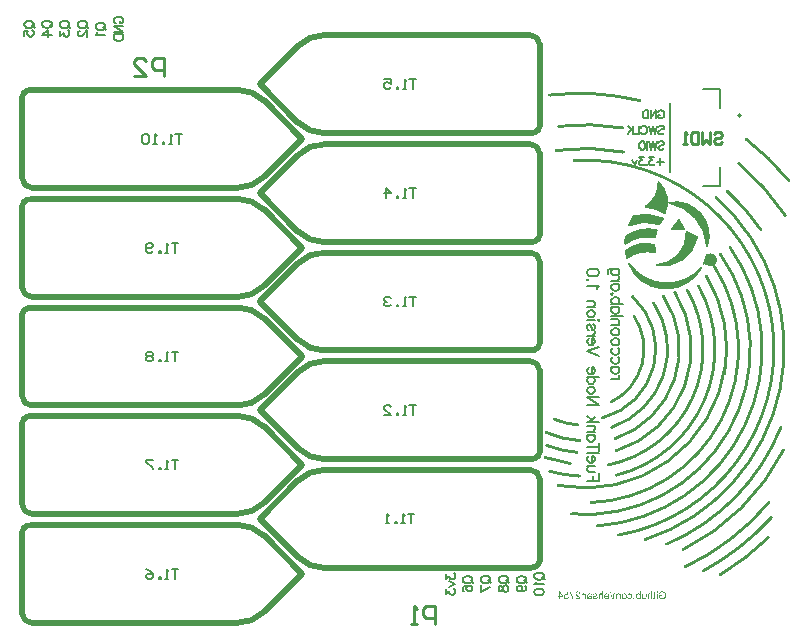
<source format=gbo>
G04*
G04 #@! TF.GenerationSoftware,Altium Limited,Altium Designer,21.4.1 (30)*
G04*
G04 Layer_Color=32896*
%FSLAX44Y44*%
%MOMM*%
G71*
G04*
G04 #@! TF.SameCoordinates,B4B9371B-DA90-4157-8B6F-408CC5BF2631*
G04*
G04*
G04 #@! TF.FilePolarity,Positive*
G04*
G01*
G75*
%ADD10C,0.5000*%
%ADD12C,0.1270*%
%ADD13C,0.2000*%
%ADD16C,0.2500*%
%ADD87C,0.2540*%
%ADD88C,0.0100*%
G36*
X1363591Y1136816D02*
X1365778Y1133974D01*
X1367501Y1130829D01*
X1368720Y1127457D01*
X1369406Y1123937D01*
X1369541Y1120354D01*
X1369124Y1116792D01*
X1368163Y1113337D01*
X1367423Y1111704D01*
X1367423D01*
X1365591Y1112902D01*
X1361686Y1114873D01*
X1357532Y1116244D01*
X1353221Y1116984D01*
X1351036Y1117112D01*
Y1117112D01*
X1352333Y1117972D01*
X1354745Y1119936D01*
X1356879Y1122199D01*
X1358698Y1124723D01*
X1360171Y1127462D01*
X1361272Y1130372D01*
X1361983Y1133400D01*
X1362291Y1136496D01*
X1362292Y1138052D01*
X1363591Y1136816D01*
D02*
G37*
G36*
X1356980Y1109994D02*
X1363142Y1108555D01*
X1366089Y1107402D01*
X1366089D01*
X1365649Y1106816D01*
X1364805Y1105617D01*
X1364010Y1104384D01*
X1363267Y1103121D01*
X1362914Y1102478D01*
X1361335Y1102981D01*
X1358117Y1103767D01*
X1354839Y1104253D01*
X1351531Y1104433D01*
X1348220Y1104307D01*
X1344935Y1103875D01*
X1341704Y1103142D01*
X1338554Y1102113D01*
X1337018Y1101490D01*
X1337440Y1102550D01*
X1338393Y1104621D01*
X1339455Y1106638D01*
X1340623Y1108597D01*
X1341258Y1109544D01*
X1344358Y1110175D01*
X1350675Y1110538D01*
X1356980Y1109994D01*
D02*
G37*
G36*
X1362914Y1102478D02*
X1362914Y1102478D01*
X1362914Y1102478D01*
D01*
D02*
G37*
G36*
X1379834Y1105293D02*
X1380634Y1103275D01*
X1381633Y1101347D01*
X1382823Y1099530D01*
X1383485Y1098670D01*
X1373924D01*
X1379512Y1106330D01*
X1379834Y1105293D01*
D02*
G37*
G36*
X1383485Y1098670D02*
X1383485Y1098670D01*
X1383485D01*
Y1098670D01*
D02*
G37*
G36*
X1355590Y1098243D02*
X1359026Y1097868D01*
X1360715Y1097502D01*
Y1097502D01*
X1360715Y1097502D01*
X1360462Y1096762D01*
X1360003Y1095266D01*
X1359609Y1093751D01*
X1359281Y1092221D01*
X1359143Y1091451D01*
X1357506Y1091736D01*
X1354198Y1092045D01*
X1350876Y1092005D01*
X1347577Y1091615D01*
X1344337Y1090880D01*
X1341193Y1089808D01*
X1338179Y1088411D01*
X1335329Y1086704D01*
X1333975Y1085741D01*
X1333978Y1086528D01*
X1334040Y1088102D01*
X1334161Y1089673D01*
X1334339Y1091238D01*
X1334456Y1092017D01*
X1335858Y1093029D01*
X1338857Y1094748D01*
X1342019Y1096143D01*
X1345310Y1097200D01*
X1348694Y1097907D01*
X1352133Y1098256D01*
X1355590Y1098243D01*
D02*
G37*
G36*
X1383483Y1120318D02*
X1388130Y1118700D01*
X1392429Y1116306D01*
X1396251Y1113206D01*
X1399481Y1109494D01*
X1402023Y1105281D01*
X1403800Y1100693D01*
X1404760Y1095867D01*
X1404875Y1090948D01*
X1404139Y1086083D01*
X1403357Y1083750D01*
Y1083750D01*
X1403357Y1083750D01*
X1403357Y1083750D01*
X1403177Y1085934D01*
X1402458Y1090256D01*
X1401268Y1094473D01*
X1399620Y1098533D01*
X1397537Y1102387D01*
X1395042Y1105988D01*
X1392165Y1109294D01*
X1388943Y1112262D01*
X1385413Y1114858D01*
X1381620Y1117050D01*
X1377608Y1118812D01*
X1373427Y1120121D01*
X1371288Y1120601D01*
X1373707Y1121053D01*
X1378627Y1121110D01*
X1383483Y1120318D01*
D02*
G37*
G36*
X1353893Y1085805D02*
X1357085Y1085310D01*
X1358640Y1084871D01*
X1358660Y1084093D01*
X1358750Y1082541D01*
X1358907Y1080994D01*
X1359130Y1079455D01*
X1359267Y1078689D01*
X1357742Y1079023D01*
X1354650Y1079431D01*
X1351531Y1079492D01*
X1348425Y1079203D01*
X1345372Y1078569D01*
X1342407Y1077597D01*
X1339570Y1076300D01*
X1336896Y1074694D01*
X1335631Y1073782D01*
X1335631D01*
X1335424Y1074507D01*
X1335060Y1075970D01*
X1334748Y1077446D01*
X1334488Y1078932D01*
X1334385Y1079678D01*
X1334385D01*
X1335623Y1080715D01*
X1338332Y1082474D01*
X1341235Y1083891D01*
X1344289Y1084945D01*
X1347447Y1085621D01*
X1350665Y1085909D01*
X1353893Y1085805D01*
D02*
G37*
G36*
X1359267Y1078689D02*
X1359267D01*
D01*
X1359267D01*
D02*
G37*
G36*
X1409589Y1076653D02*
X1411040Y1075141D01*
X1411782Y1073181D01*
X1411696Y1071087D01*
X1410796Y1069195D01*
X1409225Y1067808D01*
X1407237Y1067147D01*
X1406193Y1067233D01*
X1406181Y1067234D01*
X1406160Y1067246D01*
X1406146Y1067266D01*
X1406142Y1067290D01*
X1406145Y1067302D01*
X1399707Y1068496D01*
X1399696Y1068498D01*
X1399677Y1068511D01*
X1399665Y1068531D01*
X1399662Y1068555D01*
X1399666Y1068566D01*
X1402630Y1077398D01*
Y1077398D01*
X1402632Y1077406D01*
X1402642Y1077420D01*
X1402656Y1077430D01*
X1402672Y1077435D01*
X1402680Y1077435D01*
X1402680Y1077435D01*
X1402680D01*
X1402681D01*
X1402680D01*
X1402680Y1077435D01*
X1406511Y1077474D01*
X1406613Y1077475D01*
X1406612D01*
X1406511Y1077474D01*
X1406511D01*
X1406524Y1077474D01*
X1406550Y1077474D01*
X1406575Y1077474D01*
X1406601Y1077475D01*
X1406612D01*
X1406614Y1077475D01*
D01*
X1406614D01*
X1406614D01*
X1406614D01*
X1406614Y1077475D01*
X1406614D01*
X1406614Y1077475D01*
X1406614D01*
X1407662D01*
X1409589Y1076653D01*
D02*
G37*
G36*
X1386035Y1096022D02*
X1387005Y1095223D01*
X1389075Y1093803D01*
X1391297Y1092635D01*
X1393641Y1091734D01*
X1394848Y1091388D01*
X1394848Y1091388D01*
X1394478Y1089495D01*
X1393254Y1085838D01*
X1391568Y1082370D01*
X1389447Y1079149D01*
X1386928Y1076229D01*
X1384052Y1073659D01*
X1380868Y1071482D01*
X1377430Y1069736D01*
X1373794Y1068448D01*
X1370023Y1067642D01*
X1366179Y1067329D01*
X1362327Y1067517D01*
X1360429Y1067859D01*
X1360429D01*
Y1067859D01*
X1360429Y1067859D01*
X1362191Y1067983D01*
X1365670Y1068580D01*
X1369041Y1069632D01*
X1372242Y1071121D01*
X1375219Y1073019D01*
X1377918Y1075294D01*
X1380293Y1077906D01*
X1382302Y1080809D01*
X1383909Y1083953D01*
X1385087Y1087281D01*
X1385814Y1090736D01*
X1386079Y1094256D01*
X1386035Y1096022D01*
D01*
Y1096022D01*
Y1096022D01*
D02*
G37*
G36*
X1339095Y1066638D02*
X1343151Y1062392D01*
X1347797Y1058801D01*
X1352930Y1055948D01*
X1358432Y1053897D01*
X1364179Y1052693D01*
X1370042Y1052365D01*
X1375888Y1052920D01*
X1381585Y1054344D01*
X1387003Y1056607D01*
X1392022Y1059656D01*
X1396526Y1063423D01*
X1398553Y1065550D01*
Y1065550D01*
X1397191Y1063130D01*
X1393727Y1058789D01*
X1389611Y1055061D01*
X1384950Y1052040D01*
X1379866Y1049806D01*
X1374489Y1048416D01*
X1368958Y1047906D01*
X1363418Y1048290D01*
X1358010Y1049557D01*
X1352876Y1051675D01*
X1348148Y1054589D01*
X1343948Y1058223D01*
X1342167Y1060353D01*
X1341439Y1061357D01*
X1340101Y1063445D01*
X1338886Y1065607D01*
X1337797Y1067834D01*
X1337318Y1068978D01*
X1339095Y1066638D01*
D02*
G37*
G36*
X1361514Y790612D02*
X1360728D01*
Y791509D01*
X1361514D01*
Y790612D01*
D02*
G37*
G36*
X1294141Y791527D02*
X1294299Y791518D01*
X1294447Y791490D01*
X1294585Y791463D01*
X1294715Y791426D01*
X1294835Y791389D01*
X1294946Y791342D01*
X1295047Y791296D01*
X1295140Y791250D01*
X1295214Y791204D01*
X1295279Y791167D01*
X1295334Y791130D01*
X1295380Y791102D01*
X1295408Y791074D01*
X1295426Y791065D01*
X1295436Y791056D01*
X1295528Y790963D01*
X1295611Y790862D01*
X1295695Y790751D01*
X1295759Y790640D01*
X1295870Y790418D01*
X1295944Y790196D01*
X1295972Y790094D01*
X1296000Y789993D01*
X1296018Y789909D01*
X1296037Y789835D01*
X1296046Y789771D01*
Y789725D01*
X1296055Y789697D01*
Y789688D01*
X1295251Y789604D01*
X1295232Y789817D01*
X1295195Y790002D01*
X1295140Y790168D01*
X1295075Y790298D01*
X1295020Y790409D01*
X1294964Y790483D01*
X1294927Y790529D01*
X1294909Y790547D01*
X1294770Y790658D01*
X1294622Y790742D01*
X1294465Y790806D01*
X1294326Y790843D01*
X1294197Y790871D01*
X1294086Y790880D01*
X1294049Y790889D01*
X1293993D01*
X1293799Y790880D01*
X1293624Y790843D01*
X1293476Y790788D01*
X1293346Y790732D01*
X1293244Y790667D01*
X1293180Y790621D01*
X1293134Y790584D01*
X1293115Y790566D01*
X1293004Y790436D01*
X1292921Y790307D01*
X1292856Y790178D01*
X1292819Y790048D01*
X1292791Y789946D01*
X1292782Y789854D01*
X1292773Y789798D01*
Y789789D01*
Y789780D01*
X1292791Y789613D01*
X1292829Y789438D01*
X1292893Y789281D01*
X1292958Y789133D01*
X1293032Y789013D01*
X1293097Y788911D01*
X1293115Y788874D01*
X1293134Y788846D01*
X1293152Y788837D01*
Y788828D01*
X1293226Y788726D01*
X1293318Y788624D01*
X1293420Y788513D01*
X1293531Y788402D01*
X1293762Y788180D01*
X1293993Y787959D01*
X1294114Y787857D01*
X1294215Y787764D01*
X1294317Y787681D01*
X1294400Y787607D01*
X1294465Y787552D01*
X1294520Y787505D01*
X1294557Y787478D01*
X1294567Y787469D01*
X1294798Y787274D01*
X1295010Y787089D01*
X1295186Y786923D01*
X1295325Y786784D01*
X1295445Y786664D01*
X1295528Y786581D01*
X1295574Y786525D01*
X1295593Y786516D01*
Y786507D01*
X1295722Y786350D01*
X1295824Y786202D01*
X1295916Y786054D01*
X1295990Y785925D01*
X1296046Y785814D01*
X1296083Y785730D01*
X1296101Y785675D01*
X1296111Y785666D01*
Y785656D01*
X1296148Y785555D01*
X1296166Y785462D01*
X1296185Y785370D01*
X1296194Y785287D01*
X1296203Y785213D01*
Y785157D01*
Y785120D01*
Y785111D01*
X1291959D01*
Y785869D01*
X1295112D01*
X1295001Y786026D01*
X1294946Y786091D01*
X1294899Y786156D01*
X1294853Y786211D01*
X1294816Y786248D01*
X1294789Y786276D01*
X1294779Y786285D01*
X1294733Y786331D01*
X1294678Y786378D01*
X1294548Y786498D01*
X1294400Y786637D01*
X1294243Y786775D01*
X1294095Y786895D01*
X1294030Y786951D01*
X1293975Y787006D01*
X1293929Y787043D01*
X1293892Y787071D01*
X1293873Y787089D01*
X1293864Y787099D01*
X1293716Y787228D01*
X1293568Y787348D01*
X1293439Y787469D01*
X1293318Y787570D01*
X1293208Y787672D01*
X1293115Y787764D01*
X1293023Y787848D01*
X1292949Y787922D01*
X1292875Y787996D01*
X1292819Y788051D01*
X1292773Y788097D01*
X1292727Y788143D01*
X1292681Y788199D01*
X1292662Y788217D01*
X1292533Y788375D01*
X1292422Y788513D01*
X1292329Y788652D01*
X1292255Y788763D01*
X1292200Y788865D01*
X1292163Y788939D01*
X1292144Y788985D01*
X1292135Y789003D01*
X1292080Y789142D01*
X1292043Y789281D01*
X1292006Y789410D01*
X1291987Y789521D01*
X1291978Y789623D01*
X1291969Y789697D01*
Y789743D01*
Y789762D01*
X1291978Y789900D01*
X1291996Y790030D01*
X1292015Y790159D01*
X1292052Y790270D01*
X1292144Y790492D01*
X1292237Y790667D01*
X1292292Y790751D01*
X1292339Y790816D01*
X1292385Y790880D01*
X1292431Y790926D01*
X1292468Y790963D01*
X1292486Y791000D01*
X1292505Y791010D01*
X1292514Y791019D01*
X1292616Y791111D01*
X1292727Y791195D01*
X1292847Y791259D01*
X1292967Y791315D01*
X1293208Y791407D01*
X1293448Y791472D01*
X1293550Y791490D01*
X1293651Y791509D01*
X1293744Y791518D01*
X1293818Y791527D01*
X1293882Y791537D01*
X1293975D01*
X1294141Y791527D01*
D02*
G37*
G36*
X1347109Y785111D02*
X1346379D01*
Y785693D01*
X1346286Y785573D01*
X1346194Y785471D01*
X1346092Y785379D01*
X1345981Y785296D01*
X1345880Y785231D01*
X1345769Y785176D01*
X1345667Y785129D01*
X1345565Y785092D01*
X1345381Y785046D01*
X1345297Y785028D01*
X1345233Y785018D01*
X1345177D01*
X1345131Y785009D01*
X1345094D01*
X1344946Y785018D01*
X1344798Y785037D01*
X1344659Y785065D01*
X1344530Y785111D01*
X1344280Y785213D01*
X1344178Y785277D01*
X1344077Y785333D01*
X1343984Y785397D01*
X1343910Y785453D01*
X1343846Y785508D01*
X1343781Y785555D01*
X1343735Y785601D01*
X1343707Y785629D01*
X1343689Y785647D01*
X1343679Y785656D01*
X1343578Y785786D01*
X1343485Y785925D01*
X1343402Y786063D01*
X1343337Y786220D01*
X1343282Y786368D01*
X1343235Y786525D01*
X1343161Y786821D01*
X1343134Y786960D01*
X1343115Y787089D01*
X1343106Y787200D01*
X1343097Y787302D01*
X1343088Y787385D01*
Y787441D01*
Y787487D01*
Y787496D01*
X1343097Y787681D01*
X1343106Y787857D01*
X1343134Y788014D01*
X1343161Y788153D01*
X1343189Y788273D01*
X1343208Y788365D01*
X1343217Y788393D01*
X1343226Y788421D01*
X1343235Y788430D01*
Y788439D01*
X1343291Y788596D01*
X1343356Y788744D01*
X1343420Y788874D01*
X1343485Y788985D01*
X1343541Y789068D01*
X1343587Y789133D01*
X1343615Y789179D01*
X1343624Y789188D01*
X1343716Y789299D01*
X1343827Y789401D01*
X1343929Y789484D01*
X1344031Y789549D01*
X1344114Y789604D01*
X1344188Y789650D01*
X1344234Y789669D01*
X1344252Y789678D01*
X1344391Y789734D01*
X1344539Y789780D01*
X1344678Y789808D01*
X1344798Y789835D01*
X1344900Y789845D01*
X1344983Y789854D01*
X1345057D01*
X1345196Y789845D01*
X1345334Y789826D01*
X1345464Y789798D01*
X1345584Y789752D01*
X1345797Y789660D01*
X1345981Y789540D01*
X1346055Y789484D01*
X1346129Y789429D01*
X1346185Y789373D01*
X1346231Y789327D01*
X1346277Y789281D01*
X1346305Y789253D01*
X1346314Y789234D01*
X1346324Y789225D01*
Y791509D01*
X1347109D01*
Y785111D01*
D02*
G37*
G36*
X1357039D02*
X1356253D01*
Y787644D01*
X1356244Y787838D01*
X1356235Y788005D01*
X1356216Y788153D01*
X1356189Y788273D01*
X1356161Y788365D01*
X1356142Y788439D01*
X1356133Y788476D01*
X1356124Y788495D01*
X1356068Y788606D01*
X1356004Y788708D01*
X1355930Y788791D01*
X1355856Y788865D01*
X1355791Y788920D01*
X1355735Y788957D01*
X1355699Y788985D01*
X1355689Y788994D01*
X1355569Y789059D01*
X1355458Y789105D01*
X1355347Y789133D01*
X1355255Y789161D01*
X1355162Y789170D01*
X1355098Y789179D01*
X1355042D01*
X1354876Y789170D01*
X1354728Y789133D01*
X1354608Y789096D01*
X1354506Y789040D01*
X1354423Y788994D01*
X1354367Y788948D01*
X1354330Y788911D01*
X1354321Y788902D01*
X1354238Y788791D01*
X1354173Y788652D01*
X1354127Y788513D01*
X1354090Y788375D01*
X1354071Y788245D01*
X1354062Y788143D01*
Y788107D01*
Y788079D01*
Y788060D01*
Y788051D01*
Y785111D01*
X1353276D01*
Y788042D01*
X1353286Y788282D01*
X1353304Y788495D01*
X1353332Y788671D01*
X1353359Y788818D01*
X1353387Y788939D01*
X1353415Y789022D01*
X1353433Y789068D01*
X1353443Y789087D01*
X1353517Y789216D01*
X1353600Y789327D01*
X1353692Y789419D01*
X1353775Y789503D01*
X1353859Y789567D01*
X1353923Y789613D01*
X1353970Y789641D01*
X1353988Y789650D01*
X1354136Y789715D01*
X1354284Y789771D01*
X1354432Y789808D01*
X1354571Y789826D01*
X1354691Y789845D01*
X1354792Y789854D01*
X1354876D01*
X1355024Y789845D01*
X1355172Y789826D01*
X1355310Y789798D01*
X1355440Y789752D01*
X1355680Y789650D01*
X1355782Y789595D01*
X1355874Y789540D01*
X1355957Y789475D01*
X1356041Y789419D01*
X1356105Y789364D01*
X1356152Y789318D01*
X1356198Y789271D01*
X1356226Y789244D01*
X1356244Y789225D01*
X1356253Y789216D01*
Y791509D01*
X1357039D01*
Y785111D01*
D02*
G37*
G36*
X1315267D02*
X1314482D01*
Y787644D01*
X1314472Y787838D01*
X1314463Y788005D01*
X1314445Y788153D01*
X1314417Y788273D01*
X1314389Y788365D01*
X1314371Y788439D01*
X1314362Y788476D01*
X1314352Y788495D01*
X1314297Y788606D01*
X1314232Y788708D01*
X1314158Y788791D01*
X1314084Y788865D01*
X1314019Y788920D01*
X1313964Y788957D01*
X1313927Y788985D01*
X1313918Y788994D01*
X1313797Y789059D01*
X1313687Y789105D01*
X1313576Y789133D01*
X1313483Y789161D01*
X1313391Y789170D01*
X1313326Y789179D01*
X1313271D01*
X1313104Y789170D01*
X1312956Y789133D01*
X1312836Y789096D01*
X1312734Y789040D01*
X1312651Y788994D01*
X1312596Y788948D01*
X1312559Y788911D01*
X1312549Y788902D01*
X1312466Y788791D01*
X1312401Y788652D01*
X1312355Y788513D01*
X1312318Y788375D01*
X1312300Y788245D01*
X1312290Y788143D01*
Y788107D01*
Y788079D01*
Y788060D01*
Y788051D01*
Y785111D01*
X1311505D01*
Y788042D01*
X1311514Y788282D01*
X1311532Y788495D01*
X1311560Y788671D01*
X1311588Y788818D01*
X1311615Y788939D01*
X1311643Y789022D01*
X1311662Y789068D01*
X1311671Y789087D01*
X1311745Y789216D01*
X1311828Y789327D01*
X1311921Y789419D01*
X1312004Y789503D01*
X1312087Y789567D01*
X1312152Y789613D01*
X1312198Y789641D01*
X1312216Y789650D01*
X1312364Y789715D01*
X1312512Y789771D01*
X1312660Y789808D01*
X1312799Y789826D01*
X1312919Y789845D01*
X1313021Y789854D01*
X1313104D01*
X1313252Y789845D01*
X1313400Y789826D01*
X1313539Y789798D01*
X1313668Y789752D01*
X1313908Y789650D01*
X1314010Y789595D01*
X1314103Y789540D01*
X1314186Y789475D01*
X1314269Y789419D01*
X1314334Y789364D01*
X1314380Y789318D01*
X1314426Y789271D01*
X1314454Y789244D01*
X1314472Y789225D01*
X1314482Y789216D01*
Y791509D01*
X1315267D01*
Y785111D01*
D02*
G37*
G36*
X1328248Y789845D02*
X1328405Y789817D01*
X1328544Y789789D01*
X1328664Y789752D01*
X1328766Y789706D01*
X1328840Y789678D01*
X1328886Y789650D01*
X1328905Y789641D01*
X1329034Y789558D01*
X1329145Y789466D01*
X1329247Y789373D01*
X1329330Y789281D01*
X1329395Y789207D01*
X1329450Y789142D01*
X1329478Y789105D01*
X1329487Y789087D01*
Y789752D01*
X1330190D01*
Y785111D01*
X1329404D01*
Y787515D01*
X1329395Y787737D01*
X1329386Y787931D01*
X1329367Y788097D01*
X1329339Y788236D01*
X1329312Y788338D01*
X1329293Y788412D01*
X1329284Y788458D01*
X1329275Y788476D01*
X1329219Y788596D01*
X1329154Y788698D01*
X1329090Y788791D01*
X1329025Y788865D01*
X1328960Y788920D01*
X1328914Y788957D01*
X1328877Y788985D01*
X1328868Y788994D01*
X1328757Y789050D01*
X1328655Y789096D01*
X1328544Y789124D01*
X1328452Y789151D01*
X1328378Y789161D01*
X1328313Y789170D01*
X1328258D01*
X1328100Y789161D01*
X1327971Y789133D01*
X1327860Y789087D01*
X1327777Y789040D01*
X1327712Y788985D01*
X1327666Y788948D01*
X1327638Y788911D01*
X1327629Y788902D01*
X1327564Y788791D01*
X1327518Y788671D01*
X1327481Y788541D01*
X1327462Y788412D01*
X1327444Y788301D01*
X1327435Y788199D01*
Y788162D01*
Y788143D01*
Y788125D01*
Y788116D01*
Y785111D01*
X1326649D01*
Y787801D01*
X1326630Y788051D01*
X1326593Y788264D01*
X1326547Y788439D01*
X1326483Y788587D01*
X1326427Y788698D01*
X1326371Y788772D01*
X1326335Y788818D01*
X1326325Y788837D01*
X1326196Y788948D01*
X1326057Y789031D01*
X1325918Y789087D01*
X1325789Y789133D01*
X1325678Y789151D01*
X1325586Y789161D01*
X1325549Y789170D01*
X1325502D01*
X1325401Y789161D01*
X1325318Y789151D01*
X1325234Y789133D01*
X1325170Y789105D01*
X1325105Y789077D01*
X1325068Y789059D01*
X1325040Y789050D01*
X1325031Y789040D01*
X1324957Y788985D01*
X1324901Y788929D01*
X1324855Y788874D01*
X1324818Y788818D01*
X1324790Y788772D01*
X1324772Y788735D01*
X1324754Y788708D01*
Y788698D01*
X1324726Y788615D01*
X1324707Y788504D01*
X1324698Y788393D01*
X1324689Y788282D01*
X1324680Y788180D01*
Y788097D01*
Y788042D01*
Y788033D01*
Y788023D01*
Y785111D01*
X1323894D01*
Y788291D01*
Y788439D01*
X1323912Y788569D01*
X1323931Y788698D01*
X1323949Y788809D01*
X1323977Y788920D01*
X1324014Y789013D01*
X1324042Y789096D01*
X1324079Y789179D01*
X1324116Y789244D01*
X1324143Y789308D01*
X1324208Y789392D01*
X1324245Y789447D01*
X1324263Y789466D01*
X1324411Y789595D01*
X1324587Y789688D01*
X1324763Y789762D01*
X1324929Y789808D01*
X1325086Y789835D01*
X1325151Y789845D01*
X1325216D01*
X1325262Y789854D01*
X1325327D01*
X1325493Y789845D01*
X1325641Y789817D01*
X1325789Y789780D01*
X1325928Y789725D01*
X1326057Y789660D01*
X1326177Y789595D01*
X1326279Y789521D01*
X1326381Y789447D01*
X1326473Y789364D01*
X1326547Y789290D01*
X1326612Y789225D01*
X1326667Y789161D01*
X1326714Y789105D01*
X1326741Y789068D01*
X1326760Y789040D01*
X1326769Y789031D01*
X1326824Y789170D01*
X1326898Y789290D01*
X1326982Y789392D01*
X1327056Y789475D01*
X1327130Y789549D01*
X1327185Y789595D01*
X1327222Y789623D01*
X1327241Y789632D01*
X1327370Y789706D01*
X1327509Y789762D01*
X1327647Y789798D01*
X1327786Y789826D01*
X1327897Y789845D01*
X1327999Y789854D01*
X1328082D01*
X1328248Y789845D01*
D02*
G37*
G36*
X1286005Y788134D02*
X1285266Y788033D01*
X1285201Y788134D01*
X1285118Y788217D01*
X1285044Y788301D01*
X1284970Y788365D01*
X1284896Y788412D01*
X1284840Y788458D01*
X1284803Y788476D01*
X1284794Y788486D01*
X1284674Y788541D01*
X1284554Y788587D01*
X1284443Y788615D01*
X1284332Y788643D01*
X1284239Y788652D01*
X1284165Y788661D01*
X1283990D01*
X1283879Y788643D01*
X1283685Y788596D01*
X1283518Y788532D01*
X1283370Y788467D01*
X1283259Y788393D01*
X1283176Y788328D01*
X1283130Y788282D01*
X1283111Y788273D01*
Y788264D01*
X1282982Y788107D01*
X1282890Y787940D01*
X1282825Y787764D01*
X1282778Y787589D01*
X1282751Y787441D01*
X1282742Y787376D01*
Y787321D01*
X1282732Y787274D01*
Y787237D01*
Y787219D01*
Y787210D01*
Y787080D01*
X1282751Y786960D01*
X1282797Y786729D01*
X1282862Y786535D01*
X1282926Y786378D01*
X1283000Y786248D01*
X1283065Y786146D01*
X1283093Y786119D01*
X1283111Y786091D01*
X1283121Y786082D01*
X1283130Y786072D01*
X1283204Y785999D01*
X1283278Y785934D01*
X1283444Y785823D01*
X1283601Y785749D01*
X1283759Y785703D01*
X1283888Y785666D01*
X1283999Y785656D01*
X1284036Y785647D01*
X1284091D01*
X1284267Y785656D01*
X1284424Y785693D01*
X1284563Y785740D01*
X1284674Y785795D01*
X1284776Y785851D01*
X1284850Y785897D01*
X1284886Y785934D01*
X1284905Y785943D01*
X1285016Y786072D01*
X1285108Y786211D01*
X1285182Y786368D01*
X1285238Y786507D01*
X1285275Y786646D01*
X1285303Y786747D01*
X1285312Y786794D01*
X1285321Y786821D01*
Y786840D01*
Y786849D01*
X1286144Y786784D01*
X1286125Y786637D01*
X1286098Y786498D01*
X1286015Y786239D01*
X1285913Y786017D01*
X1285857Y785915D01*
X1285802Y785832D01*
X1285756Y785749D01*
X1285700Y785675D01*
X1285654Y785619D01*
X1285608Y785573D01*
X1285571Y785536D01*
X1285552Y785499D01*
X1285534Y785490D01*
X1285524Y785481D01*
X1285414Y785397D01*
X1285303Y785324D01*
X1285182Y785259D01*
X1285062Y785203D01*
X1284831Y785120D01*
X1284600Y785065D01*
X1284498Y785037D01*
X1284397Y785028D01*
X1284313Y785018D01*
X1284239Y785009D01*
X1284175Y785000D01*
X1284091D01*
X1283897Y785009D01*
X1283712Y785037D01*
X1283537Y785074D01*
X1283380Y785120D01*
X1283232Y785185D01*
X1283093Y785250D01*
X1282963Y785314D01*
X1282852Y785388D01*
X1282751Y785462D01*
X1282658Y785527D01*
X1282584Y785601D01*
X1282520Y785656D01*
X1282473Y785703D01*
X1282436Y785740D01*
X1282418Y785767D01*
X1282409Y785777D01*
X1282316Y785897D01*
X1282242Y786026D01*
X1282168Y786146D01*
X1282113Y786276D01*
X1282020Y786525D01*
X1281965Y786766D01*
X1281946Y786868D01*
X1281928Y786969D01*
X1281919Y787053D01*
X1281909Y787126D01*
X1281900Y787191D01*
Y787237D01*
Y787265D01*
Y787274D01*
X1281909Y787441D01*
X1281928Y787598D01*
X1281956Y787755D01*
X1281993Y787894D01*
X1282039Y788023D01*
X1282085Y788153D01*
X1282141Y788264D01*
X1282187Y788365D01*
X1282242Y788458D01*
X1282298Y788541D01*
X1282344Y788606D01*
X1282390Y788671D01*
X1282427Y788717D01*
X1282455Y788744D01*
X1282473Y788763D01*
X1282483Y788772D01*
X1282594Y788874D01*
X1282704Y788966D01*
X1282825Y789040D01*
X1282945Y789105D01*
X1283065Y789170D01*
X1283185Y789216D01*
X1283407Y789281D01*
X1283509Y789308D01*
X1283601Y789327D01*
X1283685Y789336D01*
X1283759Y789345D01*
X1283814Y789355D01*
X1284017D01*
X1284128Y789336D01*
X1284350Y789290D01*
X1284554Y789225D01*
X1284739Y789151D01*
X1284886Y789077D01*
X1284951Y789040D01*
X1285007Y789013D01*
X1285053Y788985D01*
X1285081Y788966D01*
X1285099Y788957D01*
X1285108Y788948D01*
X1284766Y790677D01*
X1282205D01*
Y791426D01*
X1285386D01*
X1286005Y788134D01*
D02*
G37*
G36*
X1304080Y789845D02*
X1304274Y789826D01*
X1304459Y789798D01*
X1304607Y789771D01*
X1304737Y789743D01*
X1304829Y789715D01*
X1304866Y789706D01*
X1304894Y789697D01*
X1304903Y789688D01*
X1304913D01*
X1305070Y789623D01*
X1305208Y789540D01*
X1305329Y789466D01*
X1305430Y789392D01*
X1305504Y789318D01*
X1305560Y789262D01*
X1305597Y789225D01*
X1305606Y789216D01*
X1305689Y789096D01*
X1305763Y788966D01*
X1305818Y788837D01*
X1305865Y788717D01*
X1305902Y788596D01*
X1305930Y788513D01*
X1305939Y788476D01*
Y788449D01*
X1305948Y788439D01*
Y788430D01*
X1305181Y788328D01*
X1305125Y788495D01*
X1305070Y788643D01*
X1305005Y788763D01*
X1304949Y788855D01*
X1304894Y788929D01*
X1304848Y788976D01*
X1304811Y789003D01*
X1304801Y789013D01*
X1304691Y789077D01*
X1304561Y789124D01*
X1304422Y789161D01*
X1304293Y789179D01*
X1304164Y789197D01*
X1304071Y789207D01*
X1303979D01*
X1303766Y789197D01*
X1303581Y789170D01*
X1303433Y789124D01*
X1303304Y789077D01*
X1303211Y789022D01*
X1303137Y788985D01*
X1303091Y788948D01*
X1303082Y788939D01*
X1303008Y788855D01*
X1302952Y788754D01*
X1302906Y788643D01*
X1302878Y788532D01*
X1302860Y788430D01*
X1302851Y788338D01*
Y788282D01*
Y788273D01*
Y788264D01*
Y788245D01*
Y788208D01*
Y788143D01*
X1302860Y788088D01*
Y788070D01*
Y788060D01*
X1302952Y788033D01*
X1303054Y788005D01*
X1303267Y787949D01*
X1303507Y787903D01*
X1303729Y787857D01*
X1303840Y787838D01*
X1303942Y787829D01*
X1304034Y787811D01*
X1304108Y787801D01*
X1304173Y787792D01*
X1304219D01*
X1304256Y787783D01*
X1304265D01*
X1304432Y787764D01*
X1304570Y787737D01*
X1304691Y787718D01*
X1304783Y787700D01*
X1304857Y787690D01*
X1304913Y787672D01*
X1304949Y787663D01*
X1304959D01*
X1305079Y787626D01*
X1305181Y787589D01*
X1305282Y787542D01*
X1305365Y787505D01*
X1305439Y787469D01*
X1305486Y787432D01*
X1305523Y787413D01*
X1305532Y787404D01*
X1305624Y787339D01*
X1305698Y787265D01*
X1305772Y787191D01*
X1305828Y787117D01*
X1305874Y787053D01*
X1305911Y786997D01*
X1305930Y786960D01*
X1305939Y786951D01*
X1305985Y786849D01*
X1306022Y786738D01*
X1306050Y786637D01*
X1306068Y786535D01*
X1306077Y786451D01*
X1306087Y786387D01*
Y786350D01*
Y786331D01*
X1306077Y786220D01*
X1306068Y786128D01*
X1306022Y785934D01*
X1305957Y785777D01*
X1305883Y785638D01*
X1305809Y785527D01*
X1305745Y785444D01*
X1305698Y785397D01*
X1305680Y785379D01*
X1305513Y785259D01*
X1305329Y785166D01*
X1305125Y785102D01*
X1304940Y785055D01*
X1304774Y785028D01*
X1304700Y785018D01*
X1304635D01*
X1304580Y785009D01*
X1304506D01*
X1304339Y785018D01*
X1304173Y785037D01*
X1304025Y785055D01*
X1303896Y785083D01*
X1303794Y785111D01*
X1303710Y785139D01*
X1303655Y785148D01*
X1303637Y785157D01*
X1303479Y785222D01*
X1303331Y785305D01*
X1303193Y785397D01*
X1303054Y785481D01*
X1302943Y785564D01*
X1302860Y785629D01*
X1302805Y785675D01*
X1302795Y785693D01*
X1302786D01*
X1302767Y785573D01*
X1302749Y785462D01*
X1302731Y785361D01*
X1302703Y785277D01*
X1302675Y785203D01*
X1302657Y785157D01*
X1302647Y785120D01*
X1302638Y785111D01*
X1301815D01*
X1301861Y785213D01*
X1301908Y785314D01*
X1301945Y785407D01*
X1301963Y785490D01*
X1301991Y785564D01*
X1302000Y785619D01*
X1302009Y785656D01*
Y785666D01*
X1302019Y785730D01*
X1302028Y785814D01*
Y785906D01*
X1302037Y786008D01*
X1302046Y786239D01*
Y786470D01*
X1302056Y786692D01*
Y786794D01*
Y786877D01*
Y786951D01*
Y787006D01*
Y787043D01*
Y787053D01*
Y788107D01*
Y788282D01*
X1302065Y788439D01*
X1302074Y788559D01*
Y788661D01*
X1302083Y788735D01*
X1302093Y788791D01*
X1302102Y788818D01*
Y788828D01*
X1302130Y788948D01*
X1302166Y789050D01*
X1302204Y789133D01*
X1302250Y789216D01*
X1302287Y789271D01*
X1302314Y789318D01*
X1302333Y789345D01*
X1302342Y789355D01*
X1302416Y789429D01*
X1302499Y789503D01*
X1302592Y789558D01*
X1302684Y789613D01*
X1302767Y789650D01*
X1302832Y789678D01*
X1302878Y789697D01*
X1302897Y789706D01*
X1303045Y789752D01*
X1303202Y789789D01*
X1303359Y789817D01*
X1303516Y789835D01*
X1303655Y789845D01*
X1303757Y789854D01*
X1303858D01*
X1304080Y789845D01*
D02*
G37*
G36*
X1359397Y790899D02*
Y789752D01*
X1359979D01*
Y789142D01*
X1359397D01*
Y786461D01*
Y786331D01*
Y786220D01*
X1359388Y786119D01*
X1359378Y786017D01*
Y785934D01*
X1359369Y785860D01*
X1359351Y785740D01*
X1359332Y785647D01*
X1359323Y785583D01*
X1359304Y785546D01*
Y785536D01*
X1359267Y785453D01*
X1359212Y785388D01*
X1359156Y785324D01*
X1359110Y785277D01*
X1359055Y785231D01*
X1359018Y785203D01*
X1358990Y785185D01*
X1358981Y785176D01*
X1358879Y785129D01*
X1358777Y785102D01*
X1358666Y785074D01*
X1358555Y785065D01*
X1358463Y785055D01*
X1358389Y785046D01*
X1358315D01*
X1358112Y785055D01*
X1358010Y785065D01*
X1357917Y785083D01*
X1357834Y785092D01*
X1357770Y785102D01*
X1357733Y785111D01*
X1357714D01*
X1357816Y785804D01*
X1357890Y785795D01*
X1357964Y785786D01*
X1358028D01*
X1358075Y785777D01*
X1358167D01*
X1358287Y785786D01*
X1358371Y785804D01*
X1358417Y785823D01*
X1358435Y785832D01*
X1358500Y785878D01*
X1358537Y785925D01*
X1358565Y785962D01*
X1358574Y785980D01*
X1358583Y786026D01*
X1358592Y786091D01*
X1358602Y786239D01*
X1358611Y786304D01*
Y786359D01*
Y786396D01*
Y786415D01*
Y789142D01*
X1357816D01*
Y789752D01*
X1358611D01*
Y791370D01*
X1359397Y790899D01*
D02*
G37*
G36*
X1365730Y791601D02*
X1366054Y791555D01*
X1366202Y791527D01*
X1366340Y791490D01*
X1366470Y791463D01*
X1366590Y791426D01*
X1366701Y791389D01*
X1366793Y791352D01*
X1366877Y791315D01*
X1366951Y791287D01*
X1367006Y791259D01*
X1367043Y791241D01*
X1367071Y791232D01*
X1367080Y791222D01*
X1367209Y791139D01*
X1367339Y791056D01*
X1367561Y790862D01*
X1367755Y790668D01*
X1367912Y790464D01*
X1368041Y790288D01*
X1368088Y790214D01*
X1368125Y790141D01*
X1368162Y790085D01*
X1368180Y790048D01*
X1368189Y790020D01*
X1368199Y790011D01*
X1368328Y789706D01*
X1368421Y789401D01*
X1368495Y789105D01*
X1368513Y788966D01*
X1368541Y788837D01*
X1368550Y788717D01*
X1368568Y788615D01*
X1368578Y788513D01*
Y788430D01*
X1368587Y788365D01*
Y788319D01*
Y788282D01*
Y788273D01*
X1368568Y787931D01*
X1368522Y787607D01*
X1368495Y787459D01*
X1368467Y787321D01*
X1368430Y787182D01*
X1368393Y787062D01*
X1368356Y786951D01*
X1368319Y786858D01*
X1368291Y786766D01*
X1368263Y786701D01*
X1368236Y786637D01*
X1368217Y786600D01*
X1368199Y786572D01*
Y786562D01*
X1368032Y786294D01*
X1367847Y786063D01*
X1367653Y785860D01*
X1367468Y785693D01*
X1367292Y785564D01*
X1367228Y785518D01*
X1367163Y785471D01*
X1367108Y785444D01*
X1367071Y785416D01*
X1367043Y785407D01*
X1367034Y785398D01*
X1366886Y785324D01*
X1366738Y785268D01*
X1366442Y785166D01*
X1366155Y785102D01*
X1365887Y785046D01*
X1365767Y785037D01*
X1365656Y785018D01*
X1365554Y785009D01*
X1365471D01*
X1365406Y785000D01*
X1365314D01*
X1365055Y785009D01*
X1364805Y785037D01*
X1364574Y785083D01*
X1364371Y785129D01*
X1364288Y785148D01*
X1364205Y785166D01*
X1364131Y785194D01*
X1364066Y785213D01*
X1364020Y785231D01*
X1363983Y785240D01*
X1363964Y785250D01*
X1363955D01*
X1363705Y785351D01*
X1363474Y785471D01*
X1363252Y785601D01*
X1363058Y785721D01*
X1362975Y785777D01*
X1362892Y785832D01*
X1362827Y785878D01*
X1362771Y785915D01*
X1362725Y785952D01*
X1362688Y785980D01*
X1362670Y785989D01*
X1362661Y785999D01*
Y788375D01*
X1365379Y788375D01*
Y787617D01*
X1363493Y787617D01*
Y786415D01*
X1363604Y786322D01*
X1363733Y786239D01*
X1363872Y786165D01*
X1364001Y786100D01*
X1364112Y786045D01*
X1364214Y785999D01*
X1364251Y785980D01*
X1364269Y785971D01*
X1364288Y785962D01*
X1364297D01*
X1364491Y785897D01*
X1364685Y785841D01*
X1364861Y785804D01*
X1365027Y785786D01*
X1365166Y785767D01*
X1365222D01*
X1365277Y785758D01*
X1365370D01*
X1365601Y785767D01*
X1365822Y785804D01*
X1366026Y785851D01*
X1366211Y785897D01*
X1366359Y785952D01*
X1366423Y785971D01*
X1366470Y785989D01*
X1366516Y786008D01*
X1366544Y786026D01*
X1366562Y786036D01*
X1366571D01*
X1366765Y786156D01*
X1366941Y786285D01*
X1367089Y786424D01*
X1367209Y786562D01*
X1367311Y786692D01*
X1367376Y786794D01*
X1367404Y786831D01*
X1367413Y786858D01*
X1367431Y786877D01*
Y786886D01*
X1367524Y787117D01*
X1367598Y787358D01*
X1367644Y787598D01*
X1367681Y787829D01*
X1367690Y787931D01*
X1367699Y788023D01*
X1367709Y788116D01*
Y788190D01*
X1367718Y788245D01*
Y788291D01*
Y788319D01*
Y788328D01*
X1367709Y788587D01*
X1367681Y788818D01*
X1367644Y789040D01*
X1367598Y789234D01*
X1367579Y789318D01*
X1367551Y789392D01*
X1367533Y789456D01*
X1367514Y789512D01*
X1367496Y789558D01*
X1367487Y789586D01*
X1367478Y789604D01*
Y789614D01*
X1367413Y789743D01*
X1367348Y789863D01*
X1367283Y789974D01*
X1367219Y790067D01*
X1367163Y790141D01*
X1367117Y790205D01*
X1367080Y790242D01*
X1367071Y790251D01*
X1366969Y790353D01*
X1366858Y790446D01*
X1366738Y790520D01*
X1366627Y790594D01*
X1366534Y790640D01*
X1366460Y790686D01*
X1366405Y790704D01*
X1366387Y790714D01*
X1366220Y790779D01*
X1366054Y790825D01*
X1365878Y790853D01*
X1365721Y790880D01*
X1365582Y790890D01*
X1365527D01*
X1365480Y790899D01*
X1365379D01*
X1365203Y790890D01*
X1365037Y790871D01*
X1364889Y790843D01*
X1364759Y790816D01*
X1364648Y790779D01*
X1364565Y790751D01*
X1364519Y790732D01*
X1364500Y790723D01*
X1364362Y790658D01*
X1364241Y790584D01*
X1364131Y790510D01*
X1364047Y790436D01*
X1363983Y790372D01*
X1363927Y790325D01*
X1363899Y790288D01*
X1363890Y790279D01*
X1363807Y790168D01*
X1363742Y790039D01*
X1363678Y789919D01*
X1363622Y789789D01*
X1363585Y789678D01*
X1363557Y789595D01*
X1363548Y789558D01*
X1363539Y789530D01*
X1363530Y789521D01*
Y789512D01*
X1362762Y789715D01*
X1362827Y789946D01*
X1362910Y790150D01*
X1362993Y790335D01*
X1363067Y790483D01*
X1363141Y790603D01*
X1363197Y790686D01*
X1363234Y790742D01*
X1363252Y790760D01*
X1363382Y790908D01*
X1363520Y791028D01*
X1363668Y791139D01*
X1363807Y791232D01*
X1363936Y791296D01*
X1364038Y791352D01*
X1364075Y791370D01*
X1364103Y791379D01*
X1364121Y791389D01*
X1364131D01*
X1364343Y791463D01*
X1364565Y791518D01*
X1364769Y791564D01*
X1364963Y791592D01*
X1365138Y791611D01*
X1365212D01*
X1365268Y791620D01*
X1365564D01*
X1365730Y791601D01*
D02*
G37*
G36*
X1352083Y786877D02*
Y786701D01*
X1352074Y786544D01*
X1352065Y786424D01*
X1352056Y786313D01*
Y786239D01*
X1352047Y786183D01*
X1352037Y786146D01*
Y786137D01*
X1352010Y786017D01*
X1351973Y785906D01*
X1351936Y785804D01*
X1351889Y785721D01*
X1351852Y785647D01*
X1351825Y785601D01*
X1351806Y785564D01*
X1351797Y785555D01*
X1351723Y785471D01*
X1351640Y785397D01*
X1351557Y785333D01*
X1351464Y785277D01*
X1351390Y785231D01*
X1351325Y785194D01*
X1351288Y785176D01*
X1351270Y785166D01*
X1351131Y785111D01*
X1351002Y785074D01*
X1350872Y785046D01*
X1350752Y785028D01*
X1350650Y785018D01*
X1350567Y785009D01*
X1350502D01*
X1350336Y785018D01*
X1350170Y785046D01*
X1350022Y785083D01*
X1349874Y785129D01*
X1349744Y785194D01*
X1349624Y785259D01*
X1349513Y785324D01*
X1349412Y785397D01*
X1349319Y785471D01*
X1349245Y785536D01*
X1349180Y785610D01*
X1349125Y785666D01*
X1349079Y785712D01*
X1349051Y785749D01*
X1349032Y785777D01*
X1349023Y785786D01*
Y785111D01*
X1348321D01*
Y789752D01*
X1349106D01*
Y787265D01*
X1349116Y787053D01*
X1349125Y786868D01*
X1349143Y786710D01*
X1349171Y786581D01*
X1349199Y786479D01*
X1349217Y786405D01*
X1349227Y786368D01*
X1349236Y786350D01*
X1349291Y786239D01*
X1349356Y786146D01*
X1349430Y786063D01*
X1349504Y785989D01*
X1349569Y785934D01*
X1349624Y785897D01*
X1349661Y785869D01*
X1349680Y785860D01*
X1349800Y785804D01*
X1349920Y785758D01*
X1350031Y785730D01*
X1350133Y785703D01*
X1350216Y785693D01*
X1350281Y785684D01*
X1350345D01*
X1350475Y785693D01*
X1350586Y785712D01*
X1350687Y785740D01*
X1350771Y785777D01*
X1350845Y785804D01*
X1350891Y785832D01*
X1350928Y785851D01*
X1350937Y785860D01*
X1351020Y785934D01*
X1351085Y786008D01*
X1351140Y786091D01*
X1351187Y786165D01*
X1351214Y786239D01*
X1351233Y786294D01*
X1351251Y786331D01*
Y786341D01*
X1351270Y786442D01*
X1351279Y786562D01*
X1351288Y786701D01*
Y786840D01*
X1351298Y786969D01*
Y787071D01*
Y787117D01*
Y787145D01*
Y787163D01*
Y787173D01*
Y789752D01*
X1352083D01*
Y786877D01*
D02*
G37*
G36*
X1337975Y789845D02*
X1338178Y789808D01*
X1338372Y789762D01*
X1338530Y789715D01*
X1338668Y789660D01*
X1338724Y789632D01*
X1338770Y789613D01*
X1338807Y789595D01*
X1338835Y789577D01*
X1338853Y789567D01*
X1338862D01*
X1339038Y789456D01*
X1339195Y789318D01*
X1339325Y789179D01*
X1339435Y789040D01*
X1339519Y788920D01*
X1339574Y788818D01*
X1339593Y788781D01*
X1339611Y788754D01*
X1339621Y788735D01*
Y788726D01*
X1339704Y788504D01*
X1339759Y788282D01*
X1339805Y788060D01*
X1339833Y787857D01*
X1339842Y787764D01*
X1339852Y787681D01*
Y787607D01*
X1339861Y787542D01*
Y787487D01*
Y787450D01*
Y787422D01*
Y787413D01*
X1339852Y787200D01*
X1339833Y787006D01*
X1339805Y786812D01*
X1339768Y786646D01*
X1339731Y786479D01*
X1339676Y786341D01*
X1339630Y786202D01*
X1339574Y786082D01*
X1339519Y785980D01*
X1339473Y785888D01*
X1339417Y785804D01*
X1339380Y785740D01*
X1339343Y785693D01*
X1339315Y785656D01*
X1339297Y785638D01*
X1339288Y785629D01*
X1339177Y785518D01*
X1339057Y785425D01*
X1338936Y785342D01*
X1338807Y785268D01*
X1338677Y785213D01*
X1338557Y785157D01*
X1338308Y785083D01*
X1338197Y785065D01*
X1338095Y785046D01*
X1338002Y785028D01*
X1337919Y785018D01*
X1337855Y785009D01*
X1337762D01*
X1337623Y785018D01*
X1337485Y785028D01*
X1337244Y785083D01*
X1337022Y785148D01*
X1336837Y785231D01*
X1336764Y785277D01*
X1336690Y785314D01*
X1336625Y785351D01*
X1336579Y785388D01*
X1336542Y785416D01*
X1336514Y785434D01*
X1336495Y785444D01*
X1336486Y785453D01*
X1336394Y785546D01*
X1336310Y785638D01*
X1336163Y785841D01*
X1336042Y786054D01*
X1335959Y786248D01*
X1335894Y786433D01*
X1335876Y786507D01*
X1335858Y786581D01*
X1335848Y786637D01*
X1335839Y786673D01*
X1335830Y786701D01*
Y786710D01*
X1336606Y786812D01*
X1336643Y786609D01*
X1336699Y786424D01*
X1336773Y786276D01*
X1336837Y786156D01*
X1336902Y786054D01*
X1336958Y785989D01*
X1336985Y785943D01*
X1337004Y785934D01*
X1337124Y785841D01*
X1337254Y785777D01*
X1337383Y785721D01*
X1337503Y785693D01*
X1337605Y785675D01*
X1337697Y785666D01*
X1337753Y785656D01*
X1337771D01*
X1337873Y785666D01*
X1337975Y785675D01*
X1338160Y785721D01*
X1338317Y785786D01*
X1338456Y785869D01*
X1338557Y785943D01*
X1338640Y786008D01*
X1338687Y786054D01*
X1338705Y786072D01*
X1338770Y786156D01*
X1338825Y786257D01*
X1338909Y786461D01*
X1338973Y786692D01*
X1339010Y786914D01*
X1339038Y787117D01*
X1339047Y787200D01*
Y787284D01*
X1339057Y787339D01*
Y787395D01*
Y787422D01*
Y787432D01*
Y787598D01*
X1339038Y787755D01*
X1339019Y787903D01*
X1339001Y788033D01*
X1338973Y788153D01*
X1338936Y788264D01*
X1338909Y788365D01*
X1338872Y788458D01*
X1338835Y788532D01*
X1338807Y788596D01*
X1338770Y788652D01*
X1338742Y788698D01*
X1338724Y788735D01*
X1338705Y788763D01*
X1338687Y788772D01*
Y788781D01*
X1338613Y788855D01*
X1338539Y788920D01*
X1338382Y789031D01*
X1338215Y789105D01*
X1338067Y789151D01*
X1337928Y789188D01*
X1337827Y789197D01*
X1337781Y789207D01*
X1337725D01*
X1337586Y789197D01*
X1337457Y789170D01*
X1337346Y789133D01*
X1337244Y789087D01*
X1337170Y789040D01*
X1337106Y789003D01*
X1337069Y788976D01*
X1337059Y788966D01*
X1336967Y788874D01*
X1336884Y788763D01*
X1336810Y788643D01*
X1336764Y788532D01*
X1336717Y788430D01*
X1336690Y788347D01*
X1336680Y788291D01*
X1336671Y788282D01*
Y788273D01*
X1335904Y788393D01*
X1335968Y788643D01*
X1336061Y788855D01*
X1336163Y789040D01*
X1336264Y789188D01*
X1336366Y789308D01*
X1336449Y789392D01*
X1336505Y789447D01*
X1336514Y789466D01*
X1336523D01*
X1336717Y789595D01*
X1336921Y789688D01*
X1337124Y789762D01*
X1337318Y789808D01*
X1337494Y789835D01*
X1337568Y789845D01*
X1337623D01*
X1337679Y789854D01*
X1337753D01*
X1337975Y789845D01*
D02*
G37*
G36*
X1318522D02*
X1318688Y789826D01*
X1318846Y789798D01*
X1318994Y789752D01*
X1319132Y789706D01*
X1319262Y789650D01*
X1319382Y789595D01*
X1319483Y789530D01*
X1319585Y789475D01*
X1319668Y789410D01*
X1319742Y789355D01*
X1319798Y789308D01*
X1319844Y789262D01*
X1319881Y789234D01*
X1319900Y789216D01*
X1319909Y789207D01*
X1320011Y789077D01*
X1320103Y788939D01*
X1320186Y788800D01*
X1320260Y788652D01*
X1320316Y788495D01*
X1320362Y788347D01*
X1320436Y788051D01*
X1320464Y787922D01*
X1320482Y787792D01*
X1320491Y787681D01*
X1320501Y787579D01*
X1320510Y787496D01*
Y787441D01*
Y787395D01*
Y787385D01*
X1320501Y787182D01*
X1320482Y786988D01*
X1320454Y786803D01*
X1320417Y786637D01*
X1320371Y786479D01*
X1320325Y786331D01*
X1320269Y786202D01*
X1320214Y786082D01*
X1320159Y785980D01*
X1320103Y785888D01*
X1320057Y785814D01*
X1320011Y785749D01*
X1319974Y785693D01*
X1319946Y785656D01*
X1319927Y785638D01*
X1319918Y785629D01*
X1319798Y785518D01*
X1319678Y785425D01*
X1319548Y785342D01*
X1319410Y785268D01*
X1319280Y785213D01*
X1319142Y785157D01*
X1318883Y785083D01*
X1318762Y785065D01*
X1318651Y785046D01*
X1318550Y785028D01*
X1318466Y785018D01*
X1318402Y785009D01*
X1318300D01*
X1318013Y785028D01*
X1317755Y785074D01*
X1317523Y785129D01*
X1317431Y785166D01*
X1317339Y785203D01*
X1317255Y785240D01*
X1317181Y785277D01*
X1317126Y785305D01*
X1317070Y785333D01*
X1317034Y785361D01*
X1317006Y785379D01*
X1316987Y785397D01*
X1316978D01*
X1316793Y785564D01*
X1316645Y785740D01*
X1316516Y785925D01*
X1316423Y786100D01*
X1316349Y786257D01*
X1316322Y786331D01*
X1316294Y786387D01*
X1316275Y786442D01*
X1316266Y786479D01*
X1316257Y786498D01*
Y786507D01*
X1317070Y786609D01*
X1317144Y786433D01*
X1317228Y786285D01*
X1317311Y786156D01*
X1317385Y786054D01*
X1317449Y785980D01*
X1317505Y785925D01*
X1317551Y785888D01*
X1317560Y785878D01*
X1317681Y785804D01*
X1317801Y785749D01*
X1317930Y785712D01*
X1318041Y785684D01*
X1318143Y785666D01*
X1318226Y785656D01*
X1318300D01*
X1318411Y785666D01*
X1318513Y785675D01*
X1318698Y785721D01*
X1318864Y785786D01*
X1319012Y785860D01*
X1319123Y785925D01*
X1319206Y785989D01*
X1319262Y786036D01*
X1319271Y786054D01*
X1319280D01*
X1319410Y786220D01*
X1319511Y786405D01*
X1319585Y786609D01*
X1319641Y786794D01*
X1319668Y786960D01*
X1319687Y787034D01*
X1319696Y787099D01*
Y787154D01*
X1319705Y787191D01*
Y787219D01*
Y787228D01*
X1316238D01*
X1316229Y787321D01*
Y787385D01*
Y787422D01*
Y787432D01*
X1316238Y787644D01*
X1316257Y787838D01*
X1316285Y788023D01*
X1316322Y788199D01*
X1316368Y788356D01*
X1316414Y788504D01*
X1316470Y788633D01*
X1316525Y788754D01*
X1316580Y788865D01*
X1316636Y788957D01*
X1316682Y789031D01*
X1316728Y789096D01*
X1316765Y789151D01*
X1316793Y789188D01*
X1316812Y789207D01*
X1316821Y789216D01*
X1316932Y789327D01*
X1317052Y789429D01*
X1317181Y789512D01*
X1317311Y789586D01*
X1317440Y789650D01*
X1317560Y789697D01*
X1317690Y789743D01*
X1317801Y789771D01*
X1317921Y789798D01*
X1318023Y789817D01*
X1318115Y789835D01*
X1318189Y789845D01*
X1318254Y789854D01*
X1318346D01*
X1318522Y789845D01*
D02*
G37*
G36*
X1361514Y785111D02*
X1360728D01*
Y789752D01*
X1361514D01*
Y785111D01*
D02*
G37*
G36*
X1341895D02*
X1340998D01*
Y786008D01*
X1341895D01*
Y785111D01*
D02*
G37*
G36*
X1298847Y789845D02*
X1299014Y789817D01*
X1299162Y789780D01*
X1299310Y789734D01*
X1299439Y789678D01*
X1299559Y789613D01*
X1299670Y789540D01*
X1299763Y789475D01*
X1299855Y789401D01*
X1299929Y789327D01*
X1299994Y789262D01*
X1300049Y789207D01*
X1300086Y789161D01*
X1300114Y789124D01*
X1300132Y789096D01*
X1300142Y789087D01*
Y789752D01*
X1300844D01*
Y785111D01*
X1300058D01*
Y787635D01*
Y787792D01*
X1300040Y787949D01*
X1300022Y788079D01*
X1300003Y788199D01*
X1299975Y788310D01*
X1299948Y788412D01*
X1299911Y788504D01*
X1299874Y788578D01*
X1299846Y788643D01*
X1299809Y788698D01*
X1299781Y788744D01*
X1299753Y788781D01*
X1299716Y788828D01*
X1299698Y788846D01*
X1299559Y788957D01*
X1299411Y789031D01*
X1299263Y789087D01*
X1299134Y789133D01*
X1299014Y789151D01*
X1298921Y789161D01*
X1298884Y789170D01*
X1298838D01*
X1298727Y789161D01*
X1298616Y789151D01*
X1298524Y789124D01*
X1298450Y789096D01*
X1298385Y789068D01*
X1298330Y789050D01*
X1298302Y789031D01*
X1298293Y789022D01*
X1298209Y788966D01*
X1298136Y788902D01*
X1298080Y788837D01*
X1298034Y788781D01*
X1298006Y788726D01*
X1297978Y788680D01*
X1297960Y788652D01*
Y788643D01*
X1297932Y788541D01*
X1297904Y788430D01*
X1297886Y788310D01*
X1297877Y788190D01*
X1297867Y788088D01*
Y788005D01*
Y787940D01*
Y787931D01*
Y787922D01*
Y785111D01*
X1297081D01*
Y787959D01*
Y788153D01*
X1297091Y788310D01*
X1297100Y788439D01*
Y788550D01*
X1297109Y788624D01*
X1297118Y788680D01*
X1297128Y788717D01*
Y788726D01*
X1297155Y788846D01*
X1297202Y788957D01*
X1297239Y789050D01*
X1297276Y789142D01*
X1297322Y789207D01*
X1297350Y789253D01*
X1297368Y789290D01*
X1297377Y789299D01*
X1297451Y789392D01*
X1297534Y789466D01*
X1297618Y789540D01*
X1297710Y789595D01*
X1297784Y789641D01*
X1297849Y789669D01*
X1297886Y789688D01*
X1297904Y789697D01*
X1298034Y789752D01*
X1298172Y789789D01*
X1298302Y789817D01*
X1298422Y789835D01*
X1298524Y789845D01*
X1298598Y789854D01*
X1298672D01*
X1298847Y789845D01*
D02*
G37*
G36*
X1291063Y790667D02*
X1287928D01*
X1288150Y790399D01*
X1288363Y790113D01*
X1288548Y789835D01*
X1288723Y789567D01*
X1288797Y789447D01*
X1288862Y789336D01*
X1288927Y789234D01*
X1288973Y789151D01*
X1289010Y789077D01*
X1289038Y789031D01*
X1289056Y788994D01*
X1289066Y788985D01*
X1289250Y788615D01*
X1289417Y788245D01*
X1289556Y787894D01*
X1289611Y787737D01*
X1289666Y787579D01*
X1289722Y787441D01*
X1289759Y787311D01*
X1289796Y787200D01*
X1289824Y787108D01*
X1289851Y787025D01*
X1289870Y786969D01*
X1289879Y786932D01*
Y786923D01*
X1289972Y786544D01*
X1290009Y786359D01*
X1290036Y786193D01*
X1290064Y786036D01*
X1290092Y785878D01*
X1290110Y785749D01*
X1290129Y785619D01*
X1290138Y785508D01*
X1290147Y785407D01*
X1290157Y785314D01*
Y785240D01*
X1290166Y785185D01*
Y785148D01*
Y785120D01*
Y785111D01*
X1289361D01*
X1289334Y785462D01*
X1289287Y785786D01*
X1289241Y786082D01*
X1289213Y786220D01*
X1289186Y786350D01*
X1289167Y786461D01*
X1289140Y786562D01*
X1289121Y786655D01*
X1289102Y786729D01*
X1289084Y786784D01*
X1289075Y786831D01*
X1289066Y786858D01*
Y786868D01*
X1288927Y787293D01*
X1288779Y787690D01*
X1288705Y787885D01*
X1288631Y788070D01*
X1288548Y788236D01*
X1288474Y788402D01*
X1288409Y788550D01*
X1288344Y788680D01*
X1288289Y788791D01*
X1288243Y788892D01*
X1288196Y788976D01*
X1288169Y789031D01*
X1288150Y789068D01*
X1288141Y789077D01*
X1288030Y789271D01*
X1287919Y789466D01*
X1287808Y789641D01*
X1287697Y789808D01*
X1287596Y789956D01*
X1287494Y790104D01*
X1287392Y790233D01*
X1287309Y790344D01*
X1287226Y790455D01*
X1287152Y790547D01*
X1287078Y790621D01*
X1287022Y790686D01*
X1286985Y790742D01*
X1286948Y790779D01*
X1286930Y790797D01*
X1286920Y790806D01*
Y791426D01*
X1291063D01*
Y790667D01*
D02*
G37*
G36*
X1281438Y787367D02*
Y786646D01*
X1278655D01*
Y785111D01*
X1277869D01*
Y786646D01*
X1277000D01*
Y787367D01*
X1277869D01*
Y791509D01*
X1278507D01*
X1281438Y787367D01*
D02*
G37*
G36*
X1333435Y789845D02*
X1333583Y789835D01*
X1333870Y789771D01*
X1334119Y789688D01*
X1334230Y789641D01*
X1334332Y789595D01*
X1334424Y789549D01*
X1334498Y789503D01*
X1334572Y789456D01*
X1334628Y789419D01*
X1334674Y789382D01*
X1334711Y789355D01*
X1334729Y789345D01*
X1334739Y789336D01*
X1334868Y789216D01*
X1334970Y789077D01*
X1335072Y788929D01*
X1335146Y788781D01*
X1335220Y788624D01*
X1335275Y788458D01*
X1335321Y788301D01*
X1335358Y788153D01*
X1335395Y788005D01*
X1335414Y787875D01*
X1335432Y787746D01*
X1335441Y787644D01*
Y787552D01*
X1335451Y787487D01*
Y787450D01*
Y787432D01*
X1335441Y787219D01*
X1335423Y787016D01*
X1335395Y786831D01*
X1335358Y786655D01*
X1335312Y786498D01*
X1335266Y786350D01*
X1335210Y786211D01*
X1335155Y786091D01*
X1335099Y785980D01*
X1335044Y785888D01*
X1334998Y785814D01*
X1334951Y785749D01*
X1334914Y785693D01*
X1334887Y785656D01*
X1334868Y785638D01*
X1334859Y785629D01*
X1334739Y785518D01*
X1334619Y785425D01*
X1334489Y785342D01*
X1334360Y785268D01*
X1334230Y785213D01*
X1334092Y785157D01*
X1333842Y785083D01*
X1333731Y785065D01*
X1333620Y785046D01*
X1333528Y785028D01*
X1333444Y785018D01*
X1333370Y785009D01*
X1333278D01*
X1333056Y785018D01*
X1332853Y785055D01*
X1332659Y785102D01*
X1332501Y785148D01*
X1332363Y785203D01*
X1332307Y785222D01*
X1332261Y785240D01*
X1332215Y785259D01*
X1332187Y785277D01*
X1332178Y785287D01*
X1332168D01*
X1331984Y785407D01*
X1331826Y785536D01*
X1331688Y785666D01*
X1331577Y785795D01*
X1331494Y785906D01*
X1331429Y785999D01*
X1331410Y786036D01*
X1331392Y786063D01*
X1331383Y786072D01*
Y786082D01*
X1331290Y786294D01*
X1331225Y786525D01*
X1331170Y786757D01*
X1331142Y786988D01*
X1331124Y787089D01*
Y787182D01*
X1331115Y787274D01*
X1331105Y787348D01*
Y787413D01*
Y787459D01*
Y787487D01*
Y787496D01*
X1331115Y787700D01*
X1331133Y787885D01*
X1331161Y788060D01*
X1331198Y788227D01*
X1331244Y788384D01*
X1331299Y788523D01*
X1331355Y788661D01*
X1331410Y788772D01*
X1331466Y788874D01*
X1331521Y788966D01*
X1331577Y789050D01*
X1331623Y789114D01*
X1331660Y789161D01*
X1331688Y789197D01*
X1331706Y789216D01*
X1331716Y789225D01*
X1331836Y789336D01*
X1331956Y789429D01*
X1332085Y789521D01*
X1332215Y789586D01*
X1332344Y789650D01*
X1332474Y789697D01*
X1332723Y789780D01*
X1332843Y789798D01*
X1332945Y789817D01*
X1333038Y789835D01*
X1333121Y789845D01*
X1333185Y789854D01*
X1333278D01*
X1333435Y789845D01*
D02*
G37*
G36*
X1309036Y789835D02*
X1309147Y789826D01*
X1309249Y789808D01*
X1309332Y789789D01*
X1309397Y789771D01*
X1309434Y789762D01*
X1309452Y789752D01*
X1309563Y789715D01*
X1309665Y789678D01*
X1309748Y789641D01*
X1309822Y789604D01*
X1309877Y789577D01*
X1309914Y789549D01*
X1309942Y789540D01*
X1309951Y789530D01*
X1310044Y789466D01*
X1310118Y789392D01*
X1310182Y789308D01*
X1310238Y789244D01*
X1310284Y789179D01*
X1310312Y789133D01*
X1310330Y789096D01*
X1310340Y789087D01*
X1310386Y788985D01*
X1310423Y788892D01*
X1310441Y788791D01*
X1310460Y788708D01*
X1310469Y788624D01*
X1310478Y788569D01*
Y788532D01*
Y788513D01*
X1310469Y788384D01*
X1310451Y788273D01*
X1310423Y788162D01*
X1310395Y788070D01*
X1310367Y787996D01*
X1310340Y787931D01*
X1310321Y787894D01*
X1310312Y787885D01*
X1310238Y787783D01*
X1310155Y787700D01*
X1310072Y787626D01*
X1309988Y787561D01*
X1309914Y787515D01*
X1309859Y787478D01*
X1309822Y787459D01*
X1309803Y787450D01*
X1309739Y787422D01*
X1309655Y787385D01*
X1309471Y787321D01*
X1309276Y787265D01*
X1309073Y787200D01*
X1308897Y787154D01*
X1308814Y787126D01*
X1308740Y787108D01*
X1308685Y787089D01*
X1308638Y787080D01*
X1308611Y787071D01*
X1308602D01*
X1308481Y787043D01*
X1308380Y787016D01*
X1308287Y786988D01*
X1308204Y786960D01*
X1308130Y786942D01*
X1308065Y786914D01*
X1307954Y786877D01*
X1307880Y786849D01*
X1307834Y786821D01*
X1307806Y786812D01*
X1307797Y786803D01*
X1307714Y786747D01*
X1307658Y786673D01*
X1307612Y786609D01*
X1307585Y786544D01*
X1307566Y786479D01*
X1307557Y786433D01*
Y786396D01*
Y786387D01*
X1307566Y786276D01*
X1307594Y786183D01*
X1307640Y786091D01*
X1307686Y786017D01*
X1307742Y785952D01*
X1307779Y785906D01*
X1307816Y785878D01*
X1307825Y785869D01*
X1307936Y785795D01*
X1308056Y785749D01*
X1308195Y785712D01*
X1308324Y785684D01*
X1308444Y785666D01*
X1308537Y785656D01*
X1308629D01*
X1308823Y785666D01*
X1308990Y785693D01*
X1309129Y785730D01*
X1309249Y785777D01*
X1309341Y785823D01*
X1309415Y785860D01*
X1309452Y785888D01*
X1309471Y785897D01*
X1309572Y785999D01*
X1309655Y786119D01*
X1309711Y786239D01*
X1309757Y786350D01*
X1309794Y786451D01*
X1309813Y786544D01*
X1309831Y786600D01*
Y786609D01*
Y786618D01*
X1310608Y786498D01*
X1310543Y786239D01*
X1310460Y786008D01*
X1310358Y785823D01*
X1310256Y785666D01*
X1310164Y785536D01*
X1310081Y785453D01*
X1310025Y785397D01*
X1310016Y785388D01*
X1310007Y785379D01*
X1309914Y785314D01*
X1309813Y785259D01*
X1309591Y785166D01*
X1309360Y785102D01*
X1309138Y785055D01*
X1309036Y785037D01*
X1308944Y785028D01*
X1308851Y785018D01*
X1308777D01*
X1308712Y785009D01*
X1308629D01*
X1308426Y785018D01*
X1308250Y785037D01*
X1308084Y785065D01*
X1307936Y785102D01*
X1307816Y785139D01*
X1307723Y785166D01*
X1307668Y785185D01*
X1307658Y785194D01*
X1307649D01*
X1307492Y785277D01*
X1307363Y785361D01*
X1307252Y785453D01*
X1307150Y785536D01*
X1307076Y785610D01*
X1307030Y785675D01*
X1306993Y785712D01*
X1306983Y785730D01*
X1306909Y785860D01*
X1306854Y785999D01*
X1306808Y786119D01*
X1306780Y786230D01*
X1306762Y786331D01*
X1306752Y786405D01*
Y786451D01*
Y786470D01*
X1306762Y786618D01*
X1306780Y786747D01*
X1306817Y786858D01*
X1306845Y786960D01*
X1306882Y787043D01*
X1306919Y787099D01*
X1306937Y787136D01*
X1306947Y787145D01*
X1307021Y787237D01*
X1307104Y787321D01*
X1307187Y787395D01*
X1307270Y787450D01*
X1307353Y787496D01*
X1307409Y787524D01*
X1307446Y787542D01*
X1307464Y787552D01*
X1307529Y787579D01*
X1307603Y787607D01*
X1307779Y787672D01*
X1307973Y787737D01*
X1308167Y787792D01*
X1308343Y787848D01*
X1308426Y787866D01*
X1308490Y787885D01*
X1308546Y787903D01*
X1308592Y787912D01*
X1308620Y787922D01*
X1308629D01*
X1308731Y787949D01*
X1308823Y787977D01*
X1308907Y787996D01*
X1308981Y788023D01*
X1309101Y788051D01*
X1309193Y788079D01*
X1309258Y788107D01*
X1309295Y788116D01*
X1309313Y788125D01*
X1309323D01*
X1309397Y788162D01*
X1309461Y788190D01*
X1309517Y788227D01*
X1309554Y788254D01*
X1309591Y788282D01*
X1309609Y788310D01*
X1309619Y788319D01*
X1309628Y788328D01*
X1309683Y788421D01*
X1309711Y788513D01*
Y788550D01*
X1309720Y788578D01*
Y788596D01*
Y788606D01*
X1309711Y788689D01*
X1309683Y788772D01*
X1309646Y788846D01*
X1309600Y788902D01*
X1309563Y788957D01*
X1309526Y788994D01*
X1309498Y789013D01*
X1309489Y789022D01*
X1309387Y789087D01*
X1309267Y789133D01*
X1309138Y789161D01*
X1309017Y789188D01*
X1308897Y789197D01*
X1308805Y789207D01*
X1308712D01*
X1308555Y789197D01*
X1308407Y789179D01*
X1308287Y789142D01*
X1308195Y789105D01*
X1308112Y789068D01*
X1308056Y789031D01*
X1308019Y789013D01*
X1308010Y789003D01*
X1307917Y788920D01*
X1307853Y788828D01*
X1307797Y788735D01*
X1307751Y788652D01*
X1307723Y788569D01*
X1307705Y788504D01*
X1307695Y788467D01*
Y788449D01*
X1306928Y788550D01*
X1306965Y788708D01*
X1307002Y788846D01*
X1307048Y788966D01*
X1307094Y789077D01*
X1307141Y789151D01*
X1307178Y789216D01*
X1307196Y789253D01*
X1307205Y789262D01*
X1307289Y789355D01*
X1307381Y789438D01*
X1307483Y789512D01*
X1307585Y789577D01*
X1307677Y789623D01*
X1307751Y789660D01*
X1307797Y789678D01*
X1307806Y789688D01*
X1307816D01*
X1307973Y789743D01*
X1308139Y789780D01*
X1308296Y789817D01*
X1308444Y789835D01*
X1308583Y789845D01*
X1308685Y789854D01*
X1308907D01*
X1309036Y789835D01*
D02*
G37*
G36*
X1323320Y785000D02*
X1322692D01*
X1320833Y791620D01*
X1321462D01*
X1323320Y785000D01*
D02*
G37*
%LPC*%
G36*
X1402680Y1077435D02*
X1402680D01*
X1402680D01*
X1402680D01*
D02*
G37*
G36*
X1345177Y789207D02*
X1345038D01*
X1344946Y789188D01*
X1344770Y789142D01*
X1344622Y789068D01*
X1344493Y788994D01*
X1344391Y788911D01*
X1344317Y788837D01*
X1344271Y788791D01*
X1344252Y788781D01*
Y788772D01*
X1344188Y788689D01*
X1344132Y788587D01*
X1344040Y788384D01*
X1343975Y788153D01*
X1343938Y787940D01*
X1343910Y787746D01*
X1343901Y787654D01*
Y787579D01*
X1343892Y787515D01*
Y787469D01*
Y787441D01*
Y787432D01*
Y787274D01*
X1343910Y787117D01*
X1343929Y786979D01*
X1343947Y786849D01*
X1343975Y786729D01*
X1344012Y786618D01*
X1344049Y786525D01*
X1344077Y786433D01*
X1344114Y786359D01*
X1344151Y786285D01*
X1344178Y786230D01*
X1344216Y786183D01*
X1344234Y786146D01*
X1344252Y786119D01*
X1344271Y786109D01*
Y786100D01*
X1344345Y786026D01*
X1344419Y785952D01*
X1344567Y785841D01*
X1344715Y785767D01*
X1344854Y785712D01*
X1344974Y785684D01*
X1345075Y785666D01*
X1345112Y785656D01*
X1345159D01*
X1345279Y785666D01*
X1345381Y785684D01*
X1345491Y785712D01*
X1345584Y785749D01*
X1345759Y785851D01*
X1345898Y785962D01*
X1346018Y786063D01*
X1346102Y786165D01*
X1346129Y786202D01*
X1346148Y786230D01*
X1346166Y786248D01*
Y786257D01*
X1346203Y786331D01*
X1346240Y786415D01*
X1346296Y786600D01*
X1346333Y786803D01*
X1346360Y786997D01*
X1346379Y787173D01*
Y787256D01*
X1346388Y787321D01*
Y787376D01*
Y787422D01*
Y787450D01*
Y787459D01*
Y787617D01*
X1346370Y787755D01*
X1346351Y787894D01*
X1346333Y788023D01*
X1346305Y788134D01*
X1346268Y788245D01*
X1346240Y788338D01*
X1346203Y788430D01*
X1346166Y788504D01*
X1346139Y788569D01*
X1346102Y788624D01*
X1346074Y788671D01*
X1346055Y788708D01*
X1346037Y788735D01*
X1346018Y788744D01*
Y788754D01*
X1345945Y788837D01*
X1345871Y788902D01*
X1345797Y788966D01*
X1345723Y789013D01*
X1345575Y789096D01*
X1345436Y789151D01*
X1345316Y789179D01*
X1345214Y789197D01*
X1345177Y789207D01*
D02*
G37*
G36*
X1302860Y787441D02*
X1302851D01*
X1302860Y787145D01*
X1302869Y786960D01*
X1302878Y786803D01*
X1302897Y786673D01*
X1302925Y786562D01*
X1302952Y786479D01*
X1302971Y786415D01*
X1302980Y786378D01*
X1302989Y786368D01*
X1303063Y786248D01*
X1303137Y786137D01*
X1303230Y786045D01*
X1303313Y785971D01*
X1303387Y785906D01*
X1303452Y785860D01*
X1303489Y785832D01*
X1303507Y785823D01*
X1303646Y785758D01*
X1303784Y785712D01*
X1303914Y785675D01*
X1304043Y785656D01*
X1304145Y785638D01*
X1304238Y785629D01*
X1304312D01*
X1304478Y785638D01*
X1304617Y785656D01*
X1304737Y785693D01*
X1304839Y785730D01*
X1304913Y785767D01*
X1304968Y785804D01*
X1305005Y785823D01*
X1305014Y785832D01*
X1305088Y785915D01*
X1305144Y786008D01*
X1305190Y786091D01*
X1305218Y786174D01*
X1305236Y786248D01*
X1305245Y786304D01*
Y786350D01*
Y786359D01*
X1305236Y786433D01*
X1305227Y786507D01*
X1305208Y786562D01*
X1305190Y786618D01*
X1305171Y786664D01*
X1305162Y786701D01*
X1305144Y786720D01*
Y786729D01*
X1305051Y786840D01*
X1304940Y786914D01*
X1304903Y786942D01*
X1304866Y786960D01*
X1304839Y786979D01*
X1304829D01*
X1304737Y787016D01*
X1304635Y787043D01*
X1304524Y787071D01*
X1304413Y787089D01*
X1304312Y787108D01*
X1304219Y787126D01*
X1304164Y787136D01*
X1304145D01*
X1303988Y787163D01*
X1303840Y787182D01*
X1303710Y787210D01*
X1303581Y787237D01*
X1303461Y787265D01*
X1303359Y787293D01*
X1303257Y787311D01*
X1303174Y787339D01*
X1303100Y787358D01*
X1303036Y787376D01*
X1302980Y787395D01*
X1302934Y787413D01*
X1302897Y787422D01*
X1302869Y787432D01*
X1302860Y787441D01*
D02*
G37*
G36*
X1318393Y789207D02*
X1318337D01*
X1318226Y789197D01*
X1318124Y789188D01*
X1317930Y789133D01*
X1317764Y789059D01*
X1317625Y788976D01*
X1317514Y788892D01*
X1317431Y788818D01*
X1317385Y788763D01*
X1317366Y788754D01*
Y788744D01*
X1317283Y788624D01*
X1317209Y788486D01*
X1317163Y788347D01*
X1317117Y788199D01*
X1317089Y788079D01*
X1317070Y787968D01*
Y787931D01*
X1317061Y787903D01*
Y787885D01*
Y787875D01*
X1319659D01*
X1319632Y788088D01*
X1319576Y788282D01*
X1319511Y788449D01*
X1319437Y788578D01*
X1319373Y788689D01*
X1319308Y788772D01*
X1319271Y788818D01*
X1319252Y788837D01*
X1319104Y788957D01*
X1318956Y789050D01*
X1318799Y789114D01*
X1318651Y789161D01*
X1318531Y789188D01*
X1318430Y789197D01*
X1318393Y789207D01*
D02*
G37*
G36*
X1278655Y790233D02*
Y787367D01*
X1280670D01*
X1278655Y790233D01*
D02*
G37*
G36*
X1333333Y789207D02*
X1333278D01*
X1333167Y789197D01*
X1333065Y789188D01*
X1332880Y789142D01*
X1332714Y789068D01*
X1332575Y788985D01*
X1332464Y788902D01*
X1332381Y788837D01*
X1332326Y788781D01*
X1332307Y788772D01*
Y788763D01*
X1332233Y788680D01*
X1332178Y788578D01*
X1332076Y788375D01*
X1332002Y788153D01*
X1331956Y787949D01*
X1331928Y787755D01*
X1331919Y787672D01*
Y787598D01*
X1331910Y787542D01*
Y787496D01*
Y787469D01*
Y787459D01*
Y787293D01*
X1331928Y787136D01*
X1331947Y786997D01*
X1331974Y786858D01*
X1332002Y786738D01*
X1332039Y786627D01*
X1332067Y786525D01*
X1332104Y786433D01*
X1332141Y786359D01*
X1332178Y786285D01*
X1332215Y786230D01*
X1332242Y786183D01*
X1332270Y786146D01*
X1332289Y786119D01*
X1332298Y786109D01*
X1332307Y786100D01*
X1332381Y786026D01*
X1332464Y785952D01*
X1332621Y785841D01*
X1332788Y785767D01*
X1332936Y785712D01*
X1333075Y785684D01*
X1333176Y785666D01*
X1333223Y785656D01*
X1333278D01*
X1333389Y785666D01*
X1333491Y785675D01*
X1333685Y785721D01*
X1333851Y785795D01*
X1333990Y785878D01*
X1334101Y785952D01*
X1334184Y786026D01*
X1334240Y786072D01*
X1334249Y786091D01*
X1334258D01*
X1334323Y786183D01*
X1334388Y786276D01*
X1334480Y786488D01*
X1334554Y786710D01*
X1334600Y786932D01*
X1334628Y787126D01*
X1334637Y787210D01*
Y787284D01*
X1334646Y787348D01*
Y787395D01*
Y787422D01*
Y787432D01*
X1334637Y787589D01*
X1334628Y787746D01*
X1334609Y787885D01*
X1334582Y788014D01*
X1334554Y788134D01*
X1334526Y788245D01*
X1334489Y788338D01*
X1334452Y788430D01*
X1334415Y788504D01*
X1334378Y788578D01*
X1334350Y788633D01*
X1334323Y788680D01*
X1334295Y788717D01*
X1334276Y788744D01*
X1334258Y788754D01*
Y788763D01*
X1334184Y788837D01*
X1334101Y788911D01*
X1333944Y789022D01*
X1333777Y789096D01*
X1333620Y789151D01*
X1333481Y789188D01*
X1333380Y789197D01*
X1333333Y789207D01*
D02*
G37*
%LPD*%
D10*
X1027914Y1022927D02*
G03*
X1006233Y1031908I-21680J-21680D01*
G01*
X1006233Y949007D02*
G03*
X1027914Y957988I0J30661D01*
G01*
X830969Y1031908D02*
G03*
X824933Y1029408I0J-8536D01*
G01*
D02*
G03*
X823533Y1026028I3380J-3380D01*
G01*
Y956860D02*
G03*
X825833Y951308I7853J0D01*
G01*
D02*
G03*
X831386Y949008I5553J5553D01*
G01*
X1027940Y1207260D02*
G03*
X1006260Y1216240I-21680J-21680D01*
G01*
X1006260Y1133340D02*
G03*
X1027940Y1142320I0J30661D01*
G01*
X830995Y1216240D02*
G03*
X824960Y1213740I0J-8536D01*
G01*
D02*
G03*
X823560Y1210360I3380J-3380D01*
G01*
Y1141193D02*
G03*
X825860Y1135640I7853J0D01*
G01*
D02*
G03*
X831412Y1133340I5553J5553D01*
G01*
X1057286Y1188573D02*
G03*
X1078967Y1179593I21680J21680D01*
G01*
X1078967Y1262492D02*
G03*
X1057286Y1253512I0J-30661D01*
G01*
X1254231Y1179593D02*
G03*
X1260267Y1182093I0J8536D01*
G01*
D02*
G03*
X1261667Y1185472I-3380J3380D01*
G01*
X1259367Y1260192D02*
G03*
X1253814Y1262492I-5553J-5553D01*
G01*
X1261667Y1254640D02*
G03*
X1259367Y1260192I-7853J0D01*
G01*
X1057260Y820540D02*
G03*
X1078940Y811560I21680J21680D01*
G01*
X1078940Y894460D02*
G03*
X1057260Y885480I0J-30661D01*
G01*
X1254205Y811560D02*
G03*
X1260240Y814060I0J8536D01*
G01*
D02*
G03*
X1261640Y817440I-3380J3380D01*
G01*
X1259340Y892160D02*
G03*
X1253788Y894460I-5553J-5553D01*
G01*
X1261640Y886607D02*
G03*
X1259340Y892160I-7853J0D01*
G01*
X1057286Y1096273D02*
G03*
X1078967Y1087293I21680J21680D01*
G01*
X1078967Y1170193D02*
G03*
X1057286Y1161213I0J-30661D01*
G01*
X1254231Y1087293D02*
G03*
X1260267Y1089793I0J8536D01*
G01*
D02*
G03*
X1261667Y1093173I-3380J3380D01*
G01*
X1259367Y1167893D02*
G03*
X1253814Y1170193I-5553J-5553D01*
G01*
X1261667Y1162340D02*
G03*
X1259367Y1167893I-7853J0D01*
G01*
X1057286Y1004573D02*
G03*
X1078967Y995592I21680J21680D01*
G01*
X1078967Y1078493D02*
G03*
X1057286Y1069512I0J-30661D01*
G01*
X1254231Y995592D02*
G03*
X1260267Y998092I0J8536D01*
G01*
D02*
G03*
X1261667Y1001472I-3380J3380D01*
G01*
X1259367Y1076192D02*
G03*
X1253814Y1078492I-5553J-5553D01*
G01*
X1261667Y1070640D02*
G03*
X1259367Y1076192I-7853J0D01*
G01*
X1057286Y912573D02*
G03*
X1078967Y903593I21680J21680D01*
G01*
X1078967Y986492D02*
G03*
X1057286Y977512I0J-30661D01*
G01*
X1254231Y903593D02*
G03*
X1260267Y906093I0J8536D01*
G01*
D02*
G03*
X1261667Y909472I-3380J3380D01*
G01*
X1259367Y984193D02*
G03*
X1253814Y986492I-5553J-5553D01*
G01*
X1261667Y978640D02*
G03*
X1259367Y984193I-7853J0D01*
G01*
X825833Y1043307D02*
G03*
X831386Y1041008I5553J5553D01*
G01*
X823533Y1048860D02*
G03*
X825833Y1043307I7853J0D01*
G01*
X824933Y1121407D02*
G03*
X823533Y1118028I3380J-3380D01*
G01*
X830969Y1123907D02*
G03*
X824933Y1121407I0J-8536D01*
G01*
X1006233Y1041008D02*
G03*
X1027914Y1049988I0J30661D01*
G01*
X1027914Y1114927D02*
G03*
X1006233Y1123907I-21680J-21680D01*
G01*
X825833Y859607D02*
G03*
X831386Y857307I5553J5553D01*
G01*
X823533Y865160D02*
G03*
X825833Y859607I7853J0D01*
G01*
X824933Y937707D02*
G03*
X823533Y934327I3380J-3380D01*
G01*
X830969Y940207D02*
G03*
X824933Y937707I0J-8536D01*
G01*
X1006233Y857307D02*
G03*
X1027914Y866287I0J30661D01*
G01*
X1027914Y931227D02*
G03*
X1006233Y940207I-21680J-21680D01*
G01*
X825833Y767308D02*
G03*
X831386Y765007I5553J5553D01*
G01*
X823533Y772860D02*
G03*
X825833Y767308I7853J0D01*
G01*
X824933Y845407D02*
G03*
X823533Y842028I3380J-3380D01*
G01*
X830969Y847907D02*
G03*
X824933Y845407I0J-8536D01*
G01*
X1006233Y765007D02*
G03*
X1027914Y773988I0J30661D01*
G01*
X1027914Y838927D02*
G03*
X1006233Y847907I-21680J-21680D01*
G01*
X1027914Y1022927D02*
X1060333Y990508D01*
X1027914Y957988D02*
X1060263Y990337D01*
X831386Y949007D02*
X1006233Y949007D01*
X830969Y1031908D02*
X1006233Y1031908D01*
X823533Y974607D02*
Y1026028D01*
Y956860D02*
Y974607D01*
X1027940Y1207260D02*
X1060360Y1174840D01*
X1027940Y1142320D02*
X1060289Y1174669D01*
X831412Y1133340D02*
X1006260Y1133340D01*
X830995Y1216240D02*
X1006260Y1216240D01*
X823560Y1158940D02*
Y1210360D01*
Y1141193D02*
Y1158940D01*
X1024867Y1220993D02*
X1057286Y1188573D01*
X1024937Y1221163D02*
X1057286Y1253512D01*
X1078967Y1179593D02*
X1254231Y1179592D01*
X1078967Y1262492D02*
X1253814Y1262493D01*
X1261667Y1185472D02*
Y1236892D01*
Y1254640D01*
X1024840Y852960D02*
X1057260Y820540D01*
X1024911Y853131D02*
X1057260Y885480D01*
X1078940Y811560D02*
X1254205Y811560D01*
X1078940Y894460D02*
X1253788Y894460D01*
X1261640Y817440D02*
Y868860D01*
Y886607D01*
X1024867Y1128693D02*
X1057286Y1096273D01*
X1024937Y1128864D02*
X1057286Y1161213D01*
X1078967Y1087293D02*
X1254231Y1087293D01*
X1078967Y1170193D02*
X1253814Y1170193D01*
X1261667Y1093173D02*
Y1144593D01*
Y1162340D01*
X1024867Y1036992D02*
X1057286Y1004573D01*
X1024937Y1037163D02*
X1057286Y1069512D01*
X1078967Y995592D02*
X1254231Y995592D01*
X1078967Y1078493D02*
X1253814Y1078493D01*
X1261667Y1001472D02*
Y1052893D01*
Y1070640D01*
X1024867Y944993D02*
X1057286Y912573D01*
X1024937Y945163D02*
X1057286Y977512D01*
X1078967Y903593D02*
X1254231Y903593D01*
X1078967Y986492D02*
X1253814Y986492D01*
X1261667Y909472D02*
Y960892D01*
Y978640D01*
X823533Y1048860D02*
Y1066608D01*
Y1118028D01*
X830969Y1123907D02*
X1006233Y1123907D01*
X831386Y1041008D02*
X1006233Y1041008D01*
X1027914Y1049988D02*
X1060263Y1082337D01*
X1027914Y1114927D02*
X1060333Y1082507D01*
X823533Y865160D02*
Y882907D01*
Y934327D01*
X830969Y940207D02*
X1006233Y940207D01*
X831386Y857307D02*
X1006233Y857307D01*
X1027914Y866287D02*
X1060263Y898636D01*
X1027914Y931227D02*
X1060333Y898807D01*
X823533Y772860D02*
Y790608D01*
Y842028D01*
X830969Y847907D02*
X1006233Y847907D01*
X831386Y765007D02*
X1006233Y765007D01*
X1027914Y773988D02*
X1060263Y806337D01*
X1027914Y838927D02*
X1060333Y806507D01*
D12*
X1342167Y1060353D02*
G03*
X1398553Y1065550I26398J22073D01*
G01*
X1360429Y1067859D02*
G03*
X1386035Y1096022I-996J26628D01*
G01*
X1337318Y1068978D02*
G03*
X1398553Y1065550I31970J22438D01*
G01*
X1360429Y1067859D02*
G03*
X1394848Y1091388I5266J29236D01*
G01*
X1360715Y1097502D02*
G03*
X1359143Y1091451I34077J-12086D01*
G01*
X1386035Y1096022D02*
G03*
X1394848Y1091388I14118J16152D01*
G01*
X1337318Y1068978D02*
G03*
X1342167Y1060353I39656J16623D01*
G01*
X1366089Y1107402D02*
G03*
X1362914Y1102478I28704J-21987D01*
G01*
X1366089Y1107402D02*
G03*
X1341258Y1109544I-16045J-41018D01*
G01*
X1362914Y1102478D02*
G03*
X1337018Y1101490I-11675J-33861D01*
G01*
X1367423Y1111704D02*
G03*
X1351036Y1117112I-17015J-24027D01*
G01*
X1334456Y1092017D02*
G03*
X1333975Y1085741I42518J-6416D01*
G01*
X1341258Y1109544D02*
G03*
X1337018Y1101490I35717J-23943D01*
G01*
X1359143Y1091451D02*
G03*
X1333975Y1085741I-6222J-30896D01*
G01*
X1360715Y1097502D02*
G03*
X1334456Y1092017I-6978J-32193D01*
G01*
X1359267Y1078689D02*
G03*
X1335631Y1073782I-6714J-27036D01*
G01*
X1358640Y1084871D02*
G03*
X1359267Y1078689I36153J545D01*
G01*
X1358640Y1084871D02*
G03*
X1334385Y1079678I-7217J-25535D01*
G01*
D02*
G03*
X1335631Y1073782I42590J5922D01*
G01*
X1379512Y1106330D02*
G03*
X1383485Y1098670I20641J5843D01*
G01*
X1403357Y1083750D02*
G03*
X1371288Y1120601I-26864J9002D01*
G01*
X1403357Y1083750D02*
G03*
X1371288Y1120601I-39705J-2173D01*
G01*
X1351036Y1117112D02*
G03*
X1362292Y1138052I-12426J20175D01*
G01*
X1367423Y1111704D02*
G03*
X1362292Y1138052I-21095J9565D01*
G01*
X1373924Y1098670D02*
X1379512Y1106330D01*
X1373924Y1098670D02*
X1383485D01*
X1400087Y1134450D02*
X1414387D01*
Y1150700D01*
Y1200700D02*
Y1216950D01*
X1400087D02*
X1414387D01*
X1371888Y1146700D02*
Y1204700D01*
D13*
X1431888Y1194450D02*
G03*
X1431888Y1194450I-1000J0D01*
G01*
X1329057Y971179D02*
X1322392D01*
X1326201D02*
X1327629Y971655D01*
X1328581Y972607D01*
X1329057Y973559D01*
Y974988D01*
Y981605D02*
X1322392D01*
X1327629D02*
X1328581Y980653D01*
X1329057Y979701D01*
Y978273D01*
X1328581Y977320D01*
X1327629Y976368D01*
X1326201Y975892D01*
X1325249D01*
X1323820Y976368D01*
X1322868Y977320D01*
X1322392Y978273D01*
Y979701D01*
X1322868Y980653D01*
X1323820Y981605D01*
X1327629Y989985D02*
X1328581Y989032D01*
X1329057Y988080D01*
Y986652D01*
X1328581Y985700D01*
X1327629Y984747D01*
X1326201Y984271D01*
X1325249D01*
X1323820Y984747D01*
X1322868Y985700D01*
X1322392Y986652D01*
Y988080D01*
X1322868Y989032D01*
X1323820Y989985D01*
X1327629Y997840D02*
X1328581Y996888D01*
X1329057Y995936D01*
Y994507D01*
X1328581Y993555D01*
X1327629Y992603D01*
X1326201Y992127D01*
X1325249D01*
X1323820Y992603D01*
X1322868Y993555D01*
X1322392Y994507D01*
Y995936D01*
X1322868Y996888D01*
X1323820Y997840D01*
X1329057Y1002363D02*
X1328581Y1001411D01*
X1327629Y1000459D01*
X1326201Y999982D01*
X1325249D01*
X1323820Y1000459D01*
X1322868Y1001411D01*
X1322392Y1002363D01*
Y1003791D01*
X1322868Y1004743D01*
X1323820Y1005695D01*
X1325249Y1006171D01*
X1326201D01*
X1327629Y1005695D01*
X1328581Y1004743D01*
X1329057Y1003791D01*
Y1002363D01*
Y1010742D02*
X1328581Y1009790D01*
X1327629Y1008838D01*
X1326201Y1008362D01*
X1325249D01*
X1323820Y1008838D01*
X1322868Y1009790D01*
X1322392Y1010742D01*
Y1012170D01*
X1322868Y1013122D01*
X1323820Y1014075D01*
X1325249Y1014551D01*
X1326201D01*
X1327629Y1014075D01*
X1328581Y1013122D01*
X1329057Y1012170D01*
Y1010742D01*
Y1016741D02*
X1322392D01*
X1327153D02*
X1328581Y1018169D01*
X1329057Y1019121D01*
Y1020549D01*
X1328581Y1021502D01*
X1327153Y1021978D01*
X1322392D01*
X1332390Y1024596D02*
X1322392D01*
X1329057Y1032404D02*
X1322392D01*
X1327629D02*
X1328581Y1031452D01*
X1329057Y1030500D01*
Y1029071D01*
X1328581Y1028119D01*
X1327629Y1027167D01*
X1326201Y1026691D01*
X1325249D01*
X1323820Y1027167D01*
X1322868Y1028119D01*
X1322392Y1029071D01*
Y1030500D01*
X1322868Y1031452D01*
X1323820Y1032404D01*
X1332390Y1035070D02*
X1322392D01*
X1327629D02*
X1328581Y1036022D01*
X1329057Y1036974D01*
Y1038403D01*
X1328581Y1039355D01*
X1327629Y1040307D01*
X1326201Y1040783D01*
X1325249D01*
X1323820Y1040307D01*
X1322868Y1039355D01*
X1322392Y1038403D01*
Y1036974D01*
X1322868Y1036022D01*
X1323820Y1035070D01*
X1323344Y1043402D02*
X1322868Y1042925D01*
X1322392Y1043402D01*
X1322868Y1043878D01*
X1323344Y1043402D01*
X1329057Y1048448D02*
X1328581Y1047496D01*
X1327629Y1046544D01*
X1326201Y1046068D01*
X1325249D01*
X1323820Y1046544D01*
X1322868Y1047496D01*
X1322392Y1048448D01*
Y1049876D01*
X1322868Y1050829D01*
X1323820Y1051781D01*
X1325249Y1052257D01*
X1326201D01*
X1327629Y1051781D01*
X1328581Y1050829D01*
X1329057Y1049876D01*
Y1048448D01*
Y1054447D02*
X1322392D01*
X1326201D02*
X1327629Y1054923D01*
X1328581Y1055875D01*
X1329057Y1056827D01*
Y1058256D01*
Y1064873D02*
X1321440D01*
X1320012Y1064397D01*
X1319536Y1063921D01*
X1319060Y1062969D01*
Y1061541D01*
X1319536Y1060588D01*
X1327629Y1064873D02*
X1328581Y1063921D01*
X1329057Y1062969D01*
Y1061541D01*
X1328581Y1060588D01*
X1327629Y1059636D01*
X1326201Y1059160D01*
X1325249D01*
X1323820Y1059636D01*
X1322868Y1060588D01*
X1322392Y1061541D01*
Y1062969D01*
X1322868Y1063921D01*
X1323820Y1064873D01*
X1311784Y885388D02*
X1301786D01*
X1311784D02*
Y891577D01*
X1307023Y885388D02*
Y889197D01*
X1308451Y892720D02*
X1303690D01*
X1302262Y893196D01*
X1301786Y894148D01*
Y895576D01*
X1302262Y896528D01*
X1303690Y897957D01*
X1308451D02*
X1301786D01*
X1305595Y900575D02*
Y906288D01*
X1306547D01*
X1307499Y905812D01*
X1307975Y905336D01*
X1308451Y904384D01*
Y902955D01*
X1307975Y902003D01*
X1307023Y901051D01*
X1305595Y900575D01*
X1304643D01*
X1303214Y901051D01*
X1302262Y902003D01*
X1301786Y902955D01*
Y904384D01*
X1302262Y905336D01*
X1303214Y906288D01*
X1311784Y908431D02*
X1301786D01*
X1311784Y913858D02*
X1301786D01*
X1311784Y910525D02*
Y917191D01*
X1308451Y924094D02*
X1301786D01*
X1307023D02*
X1307975Y923142D01*
X1308451Y922189D01*
Y920761D01*
X1307975Y919809D01*
X1307023Y918857D01*
X1305595Y918381D01*
X1304643D01*
X1303214Y918857D01*
X1302262Y919809D01*
X1301786Y920761D01*
Y922189D01*
X1302262Y923142D01*
X1303214Y924094D01*
X1308451Y926760D02*
X1301786D01*
X1306547D02*
X1307975Y928188D01*
X1308451Y929140D01*
Y930569D01*
X1307975Y931521D01*
X1306547Y931997D01*
X1301786D01*
X1311784Y934615D02*
X1301786D01*
X1308451Y939376D02*
X1303690Y934615D01*
X1305595Y936520D02*
X1301786Y939852D01*
X1311784Y949279D02*
X1301786D01*
X1311784D02*
X1301786Y955944D01*
X1311784D02*
X1301786D01*
X1308451Y961086D02*
X1307975Y960134D01*
X1307023Y959182D01*
X1305595Y958706D01*
X1304643D01*
X1303214Y959182D01*
X1302262Y960134D01*
X1301786Y961086D01*
Y962514D01*
X1302262Y963466D01*
X1303214Y964419D01*
X1304643Y964895D01*
X1305595D01*
X1307023Y964419D01*
X1307975Y963466D01*
X1308451Y962514D01*
Y961086D01*
X1311784Y972798D02*
X1301786D01*
X1307023D02*
X1307975Y971846D01*
X1308451Y970893D01*
Y969465D01*
X1307975Y968513D01*
X1307023Y967561D01*
X1305595Y967085D01*
X1304643D01*
X1303214Y967561D01*
X1302262Y968513D01*
X1301786Y969465D01*
Y970893D01*
X1302262Y971846D01*
X1303214Y972798D01*
X1305595Y975464D02*
Y981177D01*
X1306547D01*
X1307499Y980701D01*
X1307975Y980225D01*
X1308451Y979273D01*
Y977844D01*
X1307975Y976892D01*
X1307023Y975940D01*
X1305595Y975464D01*
X1304643D01*
X1303214Y975940D01*
X1302262Y976892D01*
X1301786Y977844D01*
Y979273D01*
X1302262Y980225D01*
X1303214Y981177D01*
X1311784Y991175D02*
X1301786Y994983D01*
X1311784Y998792D02*
X1301786Y994983D01*
X1305595Y1000078D02*
Y1005791D01*
X1306547D01*
X1307499Y1005315D01*
X1307975Y1004838D01*
X1308451Y1003886D01*
Y1002458D01*
X1307975Y1001506D01*
X1307023Y1000554D01*
X1305595Y1000078D01*
X1304643D01*
X1303214Y1000554D01*
X1302262Y1001506D01*
X1301786Y1002458D01*
Y1003886D01*
X1302262Y1004838D01*
X1303214Y1005791D01*
X1308451Y1007933D02*
X1301786D01*
X1305595D02*
X1307023Y1008409D01*
X1307975Y1009361D01*
X1308451Y1010313D01*
Y1011742D01*
X1307023Y1017883D02*
X1307975Y1017407D01*
X1308451Y1015979D01*
Y1014551D01*
X1307975Y1013122D01*
X1307023Y1012646D01*
X1306071Y1013122D01*
X1305595Y1014075D01*
X1305119Y1016455D01*
X1304643Y1017407D01*
X1303690Y1017883D01*
X1303214D01*
X1302262Y1017407D01*
X1301786Y1015979D01*
Y1014551D01*
X1302262Y1013122D01*
X1303214Y1012646D01*
X1311784Y1020930D02*
X1311308Y1021406D01*
X1311784Y1021882D01*
X1312260Y1021406D01*
X1311784Y1020930D01*
X1308451Y1021406D02*
X1301786D01*
X1308451Y1026024D02*
X1307975Y1025072D01*
X1307023Y1024120D01*
X1305595Y1023644D01*
X1304643D01*
X1303214Y1024120D01*
X1302262Y1025072D01*
X1301786Y1026024D01*
Y1027453D01*
X1302262Y1028405D01*
X1303214Y1029357D01*
X1304643Y1029833D01*
X1305595D01*
X1307023Y1029357D01*
X1307975Y1028405D01*
X1308451Y1027453D01*
Y1026024D01*
Y1032023D02*
X1301786D01*
X1306547D02*
X1307975Y1033451D01*
X1308451Y1034404D01*
Y1035832D01*
X1307975Y1036784D01*
X1306547Y1037260D01*
X1301786D01*
X1309880Y1047734D02*
X1310356Y1048686D01*
X1311784Y1050115D01*
X1301786D01*
X1302738Y1055542D02*
X1302262Y1055066D01*
X1301786Y1055542D01*
X1302262Y1056018D01*
X1302738Y1055542D01*
X1311784Y1061065D02*
X1311308Y1059636D01*
X1309880Y1058684D01*
X1307499Y1058208D01*
X1306071D01*
X1303690Y1058684D01*
X1302262Y1059636D01*
X1301786Y1061065D01*
Y1062017D01*
X1302262Y1063445D01*
X1303690Y1064397D01*
X1306071Y1064873D01*
X1307499D01*
X1309880Y1064397D01*
X1311308Y1063445D01*
X1311784Y1062017D01*
Y1061065D01*
X1361801Y1197315D02*
X1362134Y1197981D01*
X1362801Y1198648D01*
X1363467Y1198981D01*
X1364800D01*
X1365467Y1198648D01*
X1366134Y1197981D01*
X1366467Y1197315D01*
X1366800Y1196315D01*
Y1194649D01*
X1366467Y1193649D01*
X1366134Y1192982D01*
X1365467Y1192316D01*
X1364800Y1191982D01*
X1363467D01*
X1362801Y1192316D01*
X1362134Y1192982D01*
X1361801Y1193649D01*
Y1194649D01*
X1363467D02*
X1361801D01*
X1360201Y1198981D02*
Y1191982D01*
Y1198981D02*
X1355536Y1191982D01*
Y1198981D02*
Y1191982D01*
X1353603Y1198981D02*
Y1191982D01*
Y1198981D02*
X1351270D01*
X1350270Y1198648D01*
X1349604Y1197981D01*
X1349270Y1197315D01*
X1348937Y1196315D01*
Y1194649D01*
X1349270Y1193649D01*
X1349604Y1192982D01*
X1350270Y1192316D01*
X1351270Y1191982D01*
X1353603D01*
X1362134Y1184783D02*
X1362801Y1185450D01*
X1363801Y1185783D01*
X1365134D01*
X1366134Y1185450D01*
X1366800Y1184783D01*
Y1184116D01*
X1366467Y1183450D01*
X1366134Y1183117D01*
X1365467Y1182783D01*
X1363467Y1182117D01*
X1362801Y1181784D01*
X1362468Y1181450D01*
X1362134Y1180784D01*
Y1179784D01*
X1362801Y1179118D01*
X1363801Y1178784D01*
X1365134D01*
X1366134Y1179118D01*
X1366800Y1179784D01*
X1360568Y1185783D02*
X1358902Y1178784D01*
X1357235Y1185783D02*
X1358902Y1178784D01*
X1357235Y1185783D02*
X1355569Y1178784D01*
X1353903Y1185783D02*
X1355569Y1178784D01*
X1347504Y1184116D02*
X1347837Y1184783D01*
X1348504Y1185450D01*
X1349170Y1185783D01*
X1350504D01*
X1351170Y1185450D01*
X1351837Y1184783D01*
X1352170Y1184116D01*
X1352503Y1183117D01*
Y1181450D01*
X1352170Y1180451D01*
X1351837Y1179784D01*
X1351170Y1179118D01*
X1350504Y1178784D01*
X1349170D01*
X1348504Y1179118D01*
X1347837Y1179784D01*
X1347504Y1180451D01*
X1345538Y1185783D02*
Y1178784D01*
X1341539D01*
X1340772Y1185783D02*
Y1178784D01*
X1336107Y1185783D02*
X1340772Y1181117D01*
X1339106Y1182783D02*
X1336107Y1178784D01*
X1362134Y1171585D02*
X1362801Y1172251D01*
X1363801Y1172585D01*
X1365134D01*
X1366134Y1172251D01*
X1366800Y1171585D01*
Y1170918D01*
X1366467Y1170252D01*
X1366134Y1169918D01*
X1365467Y1169585D01*
X1363467Y1168919D01*
X1362801Y1168585D01*
X1362468Y1168252D01*
X1362134Y1167586D01*
Y1166586D01*
X1362801Y1165919D01*
X1363801Y1165586D01*
X1365134D01*
X1366134Y1165919D01*
X1366800Y1166586D01*
X1360568Y1172585D02*
X1358902Y1165586D01*
X1357235Y1172585D02*
X1358902Y1165586D01*
X1357235Y1172585D02*
X1355569Y1165586D01*
X1353903Y1172585D02*
X1355569Y1165586D01*
X1352503Y1172585D02*
Y1165586D01*
X1349037Y1172585D02*
X1349704Y1172251D01*
X1350370Y1171585D01*
X1350703Y1170918D01*
X1351037Y1169918D01*
Y1168252D01*
X1350703Y1167252D01*
X1350370Y1166586D01*
X1349704Y1165919D01*
X1349037Y1165586D01*
X1347704D01*
X1347038Y1165919D01*
X1346371Y1166586D01*
X1346038Y1167252D01*
X1345704Y1168252D01*
Y1169918D01*
X1346038Y1170918D01*
X1346371Y1171585D01*
X1347038Y1172251D01*
X1347704Y1172585D01*
X1349037D01*
X1363801Y1158387D02*
Y1152388D01*
X1366800Y1155387D02*
X1360801D01*
X1358069Y1159386D02*
X1354403D01*
X1356402Y1156720D01*
X1355402D01*
X1354736Y1156387D01*
X1354403Y1156054D01*
X1354069Y1155054D01*
Y1154387D01*
X1354403Y1153388D01*
X1355069Y1152721D01*
X1356069Y1152388D01*
X1357069D01*
X1358069Y1152721D01*
X1358402Y1153054D01*
X1358735Y1153721D01*
X1352170Y1153054D02*
X1352503Y1152721D01*
X1352170Y1152388D01*
X1351837Y1152721D01*
X1352170Y1153054D01*
X1349637Y1159386D02*
X1345971D01*
X1347971Y1156720D01*
X1346971D01*
X1346304Y1156387D01*
X1345971Y1156054D01*
X1345638Y1155054D01*
Y1154387D01*
X1345971Y1153388D01*
X1346638Y1152721D01*
X1347637Y1152388D01*
X1348637D01*
X1349637Y1152721D01*
X1349970Y1153054D01*
X1350303Y1153721D01*
X1344072Y1157054D02*
X1342072Y1152388D01*
X1340072Y1157054D02*
X1342072Y1152388D01*
X1182203Y806398D02*
Y802209D01*
X1185250Y804494D01*
Y803351D01*
X1185631Y802589D01*
X1186012Y802209D01*
X1187154Y801828D01*
X1187916D01*
X1189059Y802209D01*
X1189821Y802970D01*
X1190201Y804113D01*
Y805256D01*
X1189821Y806398D01*
X1189440Y806779D01*
X1188678Y807160D01*
X1184869Y800038D02*
X1190201Y797753D01*
X1184869Y795467D02*
X1190201Y797753D01*
X1182203Y793410D02*
Y789221D01*
X1185250Y791506D01*
Y790364D01*
X1185631Y789602D01*
X1186012Y789221D01*
X1187154Y788840D01*
X1187916D01*
X1189059Y789221D01*
X1189821Y789983D01*
X1190201Y791125D01*
Y792268D01*
X1189821Y793410D01*
X1189440Y793791D01*
X1188678Y794172D01*
X1196601Y802171D02*
X1196982Y802932D01*
X1197744Y803694D01*
X1198505Y804075D01*
X1199648Y804456D01*
X1201552D01*
X1202695Y804075D01*
X1203457Y803694D01*
X1204219Y802932D01*
X1204599Y802171D01*
Y800647D01*
X1204219Y799885D01*
X1203457Y799124D01*
X1202695Y798743D01*
X1201552Y798362D01*
X1199648D01*
X1198505Y798743D01*
X1197744Y799124D01*
X1196982Y799885D01*
X1196601Y800647D01*
Y802171D01*
X1203076Y801028D02*
X1205361Y798743D01*
X1197744Y791925D02*
X1196982Y792306D01*
X1196601Y793449D01*
Y794210D01*
X1196982Y795353D01*
X1198125Y796115D01*
X1200029Y796496D01*
X1201933D01*
X1203457Y796115D01*
X1204219Y795353D01*
X1204599Y794210D01*
Y793829D01*
X1204219Y792687D01*
X1203457Y791925D01*
X1202314Y791544D01*
X1201933D01*
X1200791Y791925D01*
X1200029Y792687D01*
X1199648Y793829D01*
Y794210D01*
X1200029Y795353D01*
X1200791Y796115D01*
X1201933Y796496D01*
X1211761Y802361D02*
X1212142Y803123D01*
X1212903Y803885D01*
X1213665Y804265D01*
X1214808Y804646D01*
X1216712D01*
X1217855Y804265D01*
X1218616Y803885D01*
X1219378Y803123D01*
X1219759Y802361D01*
Y800837D01*
X1219378Y800076D01*
X1218616Y799314D01*
X1217855Y798933D01*
X1216712Y798552D01*
X1214808D01*
X1213665Y798933D01*
X1212903Y799314D01*
X1212142Y800076D01*
X1211761Y800837D01*
Y802361D01*
X1218236Y801218D02*
X1220521Y798933D01*
X1211761Y791354D02*
X1219759Y795163D01*
X1211761Y796686D02*
Y791354D01*
X1226920Y802361D02*
X1227301Y803123D01*
X1228063Y803885D01*
X1228825Y804265D01*
X1229967Y804646D01*
X1231872D01*
X1233015Y804265D01*
X1233776Y803885D01*
X1234538Y803123D01*
X1234919Y802361D01*
Y800837D01*
X1234538Y800076D01*
X1233776Y799314D01*
X1233015Y798933D01*
X1231872Y798552D01*
X1229967D01*
X1228825Y798933D01*
X1228063Y799314D01*
X1227301Y800076D01*
X1226920Y800837D01*
Y802361D01*
X1233395Y801218D02*
X1235681Y798933D01*
X1226920Y794782D02*
X1227301Y795924D01*
X1228063Y796305D01*
X1228825D01*
X1229587Y795924D01*
X1229967Y795163D01*
X1230348Y793639D01*
X1230729Y792496D01*
X1231491Y791735D01*
X1232253Y791354D01*
X1233395D01*
X1234157Y791735D01*
X1234538Y792116D01*
X1234919Y793258D01*
Y794782D01*
X1234538Y795924D01*
X1234157Y796305D01*
X1233395Y796686D01*
X1232253D01*
X1231491Y796305D01*
X1230729Y795543D01*
X1230348Y794401D01*
X1229967Y792877D01*
X1229587Y792116D01*
X1228825Y791735D01*
X1228063D01*
X1227301Y792116D01*
X1226920Y793258D01*
Y794782D01*
X1242080Y802171D02*
X1242461Y802932D01*
X1243223Y803694D01*
X1243985Y804075D01*
X1245127Y804456D01*
X1247032D01*
X1248174Y804075D01*
X1248936Y803694D01*
X1249698Y802932D01*
X1250079Y802171D01*
Y800647D01*
X1249698Y799885D01*
X1248936Y799124D01*
X1248174Y798743D01*
X1247032Y798362D01*
X1245127D01*
X1243985Y798743D01*
X1243223Y799124D01*
X1242461Y799885D01*
X1242080Y800647D01*
Y802171D01*
X1248555Y801028D02*
X1250840Y798743D01*
X1244746Y791544D02*
X1245889Y791925D01*
X1246651Y792687D01*
X1247032Y793829D01*
Y794210D01*
X1246651Y795353D01*
X1245889Y796115D01*
X1244746Y796496D01*
X1244365D01*
X1243223Y796115D01*
X1242461Y795353D01*
X1242080Y794210D01*
Y793829D01*
X1242461Y792687D01*
X1243223Y791925D01*
X1244746Y791544D01*
X1246651D01*
X1248555Y791925D01*
X1249698Y792687D01*
X1250079Y793829D01*
Y794591D01*
X1249698Y795734D01*
X1248936Y796115D01*
X1257240Y805294D02*
X1257621Y806055D01*
X1258382Y806817D01*
X1259144Y807198D01*
X1260287Y807579D01*
X1262191D01*
X1263334Y807198D01*
X1264096Y806817D01*
X1264857Y806055D01*
X1265238Y805294D01*
Y803770D01*
X1264857Y803008D01*
X1264096Y802247D01*
X1263334Y801866D01*
X1262191Y801485D01*
X1260287D01*
X1259144Y801866D01*
X1258382Y802247D01*
X1257621Y803008D01*
X1257240Y803770D01*
Y805294D01*
X1263715Y804151D02*
X1266000Y801866D01*
X1258763Y799619D02*
X1258382Y798857D01*
X1257240Y797714D01*
X1265238D01*
X1257240Y791468D02*
X1257621Y792611D01*
X1258763Y793372D01*
X1260668Y793753D01*
X1261810D01*
X1263715Y793372D01*
X1264857Y792611D01*
X1265238Y791468D01*
Y790706D01*
X1264857Y789564D01*
X1263715Y788802D01*
X1261810Y788421D01*
X1260668D01*
X1258763Y788802D01*
X1257621Y789564D01*
X1257240Y790706D01*
Y791468D01*
X825203Y1272361D02*
X825584Y1273123D01*
X826346Y1273885D01*
X827107Y1274265D01*
X828250Y1274646D01*
X830154D01*
X831297Y1274265D01*
X832059Y1273885D01*
X832821Y1273123D01*
X833201Y1272361D01*
Y1270837D01*
X832821Y1270076D01*
X832059Y1269314D01*
X831297Y1268933D01*
X830154Y1268552D01*
X828250D01*
X827107Y1268933D01*
X826346Y1269314D01*
X825584Y1270076D01*
X825203Y1270837D01*
Y1272361D01*
X831678Y1271218D02*
X833963Y1268933D01*
X825203Y1262116D02*
Y1265924D01*
X828631Y1266305D01*
X828250Y1265924D01*
X827869Y1264782D01*
Y1263639D01*
X828250Y1262496D01*
X829012Y1261735D01*
X830154Y1261354D01*
X830916D01*
X832059Y1261735D01*
X832821Y1262496D01*
X833201Y1263639D01*
Y1264782D01*
X832821Y1265924D01*
X832440Y1266305D01*
X831678Y1266686D01*
X840363Y1272551D02*
X840744Y1273313D01*
X841506Y1274075D01*
X842267Y1274456D01*
X843410Y1274837D01*
X845314D01*
X846457Y1274456D01*
X847218Y1274075D01*
X847980Y1273313D01*
X848361Y1272551D01*
Y1271028D01*
X847980Y1270266D01*
X847218Y1269504D01*
X846457Y1269124D01*
X845314Y1268743D01*
X843410D01*
X842267Y1269124D01*
X841506Y1269504D01*
X840744Y1270266D01*
X840363Y1271028D01*
Y1272551D01*
X846838Y1271409D02*
X849123Y1269124D01*
X840363Y1263068D02*
X845695Y1266877D01*
Y1261163D01*
X840363Y1263068D02*
X848361D01*
X855523Y1272361D02*
X855903Y1273123D01*
X856665Y1273885D01*
X857427Y1274265D01*
X858569Y1274646D01*
X860474D01*
X861617Y1274265D01*
X862378Y1273885D01*
X863140Y1273123D01*
X863521Y1272361D01*
Y1270837D01*
X863140Y1270076D01*
X862378Y1269314D01*
X861617Y1268933D01*
X860474Y1268552D01*
X858569D01*
X857427Y1268933D01*
X856665Y1269314D01*
X855903Y1270076D01*
X855523Y1270837D01*
Y1272361D01*
X861997Y1271218D02*
X864283Y1268933D01*
X855523Y1265924D02*
Y1261735D01*
X858569Y1264020D01*
Y1262877D01*
X858950Y1262116D01*
X859331Y1261735D01*
X860474Y1261354D01*
X861236D01*
X862378Y1261735D01*
X863140Y1262496D01*
X863521Y1263639D01*
Y1264782D01*
X863140Y1265924D01*
X862759Y1266305D01*
X861997Y1266686D01*
X870682Y1272361D02*
X871063Y1273123D01*
X871825Y1273885D01*
X872587Y1274265D01*
X873729Y1274646D01*
X875634D01*
X876776Y1274265D01*
X877538Y1273885D01*
X878300Y1273123D01*
X878681Y1272361D01*
Y1270837D01*
X878300Y1270076D01*
X877538Y1269314D01*
X876776Y1268933D01*
X875634Y1268552D01*
X873729D01*
X872587Y1268933D01*
X871825Y1269314D01*
X871063Y1270076D01*
X870682Y1270837D01*
Y1272361D01*
X877157Y1271218D02*
X879442Y1268933D01*
X872587Y1266305D02*
X872206D01*
X871444Y1265924D01*
X871063Y1265543D01*
X870682Y1264782D01*
Y1263258D01*
X871063Y1262496D01*
X871444Y1262116D01*
X872206Y1261735D01*
X872968D01*
X873729Y1262116D01*
X874872Y1262877D01*
X878681Y1266686D01*
Y1261354D01*
X885842Y1270647D02*
X886223Y1271409D01*
X886985Y1272171D01*
X887746Y1272551D01*
X888889Y1272932D01*
X890793D01*
X891936Y1272551D01*
X892698Y1272171D01*
X893459Y1271409D01*
X893840Y1270647D01*
Y1269124D01*
X893459Y1268362D01*
X892698Y1267600D01*
X891936Y1267219D01*
X890793Y1266838D01*
X888889D01*
X887746Y1267219D01*
X886985Y1267600D01*
X886223Y1268362D01*
X885842Y1269124D01*
Y1270647D01*
X892317Y1269504D02*
X894602Y1267219D01*
X887365Y1264972D02*
X886985Y1264210D01*
X885842Y1263068D01*
X893840D01*
X902906Y1272494D02*
X902144Y1272875D01*
X901383Y1273637D01*
X901002Y1274399D01*
Y1275922D01*
X901383Y1276684D01*
X902144Y1277446D01*
X902906Y1277827D01*
X904049Y1278207D01*
X905953D01*
X907096Y1277827D01*
X907857Y1277446D01*
X908619Y1276684D01*
X909000Y1275922D01*
Y1274399D01*
X908619Y1273637D01*
X907857Y1272875D01*
X907096Y1272494D01*
X905953D01*
Y1274399D02*
Y1272494D01*
X901002Y1270666D02*
X909000D01*
X901002D02*
X909000Y1265334D01*
X901002D02*
X909000D01*
X901002Y1263125D02*
X909000D01*
X901002D02*
Y1260459D01*
X901383Y1259316D01*
X902144Y1258554D01*
X902906Y1258174D01*
X904049Y1257793D01*
X905953D01*
X907096Y1258174D01*
X907857Y1258554D01*
X908619Y1259316D01*
X909000Y1260459D01*
Y1263125D01*
X1155192Y857119D02*
X1149860D01*
X1152526D01*
Y849122D01*
X1147195D02*
X1144529D01*
X1145862D01*
Y857119D01*
X1147195Y855787D01*
X1140530Y849122D02*
Y850455D01*
X1139197D01*
Y849122D01*
X1140530D01*
X1133866D02*
X1131200D01*
X1132533D01*
Y857119D01*
X1133866Y855787D01*
X1156716Y949067D02*
X1151384D01*
X1154050D01*
Y941070D01*
X1148719D02*
X1146053D01*
X1147386D01*
Y949067D01*
X1148719Y947735D01*
X1142054Y941070D02*
Y942403D01*
X1140721D01*
Y941070D01*
X1142054D01*
X1130058D02*
X1135389D01*
X1130058Y946402D01*
Y947735D01*
X1131391Y949067D01*
X1134057D01*
X1135389Y947735D01*
X1156716Y1041015D02*
X1151384D01*
X1154050D01*
Y1033018D01*
X1148719D02*
X1146053D01*
X1147386D01*
Y1041015D01*
X1148719Y1039682D01*
X1142054Y1033018D02*
Y1034351D01*
X1140721D01*
Y1033018D01*
X1142054D01*
X1135389Y1039682D02*
X1134057Y1041015D01*
X1131391D01*
X1130058Y1039682D01*
Y1038350D01*
X1131391Y1037017D01*
X1132724D01*
X1131391D01*
X1130058Y1035684D01*
Y1034351D01*
X1131391Y1033018D01*
X1134057D01*
X1135389Y1034351D01*
X1156716Y1132709D02*
X1151384D01*
X1154050D01*
Y1124712D01*
X1148719D02*
X1146053D01*
X1147386D01*
Y1132709D01*
X1148719Y1131376D01*
X1142054Y1124712D02*
Y1126045D01*
X1140721D01*
Y1124712D01*
X1142054D01*
X1131391D02*
Y1132709D01*
X1135389Y1128711D01*
X1130058D01*
X1156716Y1225165D02*
X1151384D01*
X1154050D01*
Y1217168D01*
X1148719D02*
X1146053D01*
X1147386D01*
Y1225165D01*
X1148719Y1223832D01*
X1142054Y1217168D02*
Y1218501D01*
X1140721D01*
Y1217168D01*
X1142054D01*
X1130058Y1225165D02*
X1135389D01*
Y1221167D01*
X1132724Y1222500D01*
X1131391D01*
X1130058Y1221167D01*
Y1218501D01*
X1131391Y1217168D01*
X1134057D01*
X1135389Y1218501D01*
X955294Y810383D02*
X949962D01*
X952628D01*
Y802386D01*
X947297D02*
X944631D01*
X945964D01*
Y810383D01*
X947297Y809051D01*
X940632Y802386D02*
Y803719D01*
X939299D01*
Y802386D01*
X940632D01*
X928636Y810383D02*
X931302Y809051D01*
X933968Y806385D01*
Y803719D01*
X932635Y802386D01*
X929969D01*
X928636Y803719D01*
Y805052D01*
X929969Y806385D01*
X933968D01*
X955294Y902839D02*
X949962D01*
X952628D01*
Y894842D01*
X947297D02*
X944631D01*
X945964D01*
Y902839D01*
X947297Y901507D01*
X940632Y894842D02*
Y896175D01*
X939299D01*
Y894842D01*
X940632D01*
X933968Y902839D02*
X928636D01*
Y901507D01*
X933968Y896175D01*
Y894842D01*
X955294Y994533D02*
X949962D01*
X952628D01*
Y986536D01*
X947297D02*
X944631D01*
X945964D01*
Y994533D01*
X947297Y993201D01*
X940632Y986536D02*
Y987869D01*
X939299D01*
Y986536D01*
X940632D01*
X933968Y993201D02*
X932635Y994533D01*
X929969D01*
X928636Y993201D01*
Y991868D01*
X929969Y990535D01*
X928636Y989202D01*
Y987869D01*
X929969Y986536D01*
X932635D01*
X933968Y987869D01*
Y989202D01*
X932635Y990535D01*
X933968Y991868D01*
Y993201D01*
X932635Y990535D02*
X929969D01*
X955294Y1086481D02*
X949962D01*
X952628D01*
Y1078484D01*
X947297D02*
X944631D01*
X945964D01*
Y1086481D01*
X947297Y1085148D01*
X940632Y1078484D02*
Y1079817D01*
X939299D01*
Y1078484D01*
X940632D01*
X933968Y1079817D02*
X932635Y1078484D01*
X929969D01*
X928636Y1079817D01*
Y1085148D01*
X929969Y1086481D01*
X932635D01*
X933968Y1085148D01*
Y1083816D01*
X932635Y1082483D01*
X928636D01*
X958596Y1178683D02*
X953264D01*
X955930D01*
Y1170686D01*
X950599D02*
X947933D01*
X949266D01*
Y1178683D01*
X950599Y1177350D01*
X943934Y1170686D02*
Y1172019D01*
X942601D01*
Y1170686D01*
X943934D01*
X937270D02*
X934604D01*
X935937D01*
Y1178683D01*
X937270Y1177350D01*
X930605D02*
X929272Y1178683D01*
X926606D01*
X925273Y1177350D01*
Y1172019D01*
X926606Y1170686D01*
X929272D01*
X930605Y1172019D01*
Y1177350D01*
D16*
X1409386Y1179017D02*
X1411052Y1180683D01*
X1414384D01*
X1416050Y1179017D01*
Y1177350D01*
X1414384Y1175684D01*
X1411052D01*
X1409386Y1174018D01*
Y1172352D01*
X1411052Y1170686D01*
X1414384D01*
X1416050Y1172352D01*
X1406053Y1180683D02*
Y1170686D01*
X1402721Y1174018D01*
X1399389Y1170686D01*
Y1180683D01*
X1396056D02*
Y1170686D01*
X1391058D01*
X1389392Y1172352D01*
Y1179017D01*
X1391058Y1180683D01*
X1396056D01*
X1386060Y1170686D02*
X1382727D01*
X1384393D01*
Y1180683D01*
X1386060Y1179017D01*
D87*
X1322244Y951932D02*
G03*
X1341431Y1024658I-22266J44768D01*
G01*
X1274105Y937264D02*
G03*
X1293577Y932599I25878J65041D01*
G01*
X1267789Y915061D02*
G03*
X1293100Y909369I32194J84045D01*
G01*
X1267254Y926107D02*
G03*
X1295693Y919221I32729J72999D01*
G01*
X1322726Y930500D02*
G03*
X1358013Y1035840I-22748J66200D01*
G01*
X1314873Y938579D02*
G03*
X1340293Y1041138I-14895J58122D01*
G01*
X1270187Y893218D02*
G03*
X1295355Y889203I29797J105887D01*
G01*
X1325393Y920845D02*
G03*
X1366345Y1041370I-25415J75856D01*
G01*
X1328471Y839258D02*
G03*
X1290975Y1156447I-28493J157443D01*
G01*
X1332885Y1163485D02*
G03*
X1275717Y1164960I-32907J-166785D01*
G01*
X1326528Y889953D02*
G03*
X1396196Y1050011I-26550J106748D01*
G01*
X1288521Y857170D02*
G03*
X1414493Y1077238I11457J139530D01*
G01*
X1305251Y866807D02*
G03*
X1409496Y1066741I-5274J129893D01*
G01*
X1277472Y881236D02*
G03*
X1418936Y983283I22512J117870D01*
G01*
X1319337Y898592D02*
G03*
X1386723Y1046452I-19359J98108D01*
G01*
X1326369Y910657D02*
G03*
X1376072Y1044760I-26391J86044D01*
G01*
X1310487Y847069D02*
G03*
X1422559Y1083152I-10509J149631D01*
G01*
X1400200Y808955D02*
G03*
X1457845Y854142I-105008J193322D01*
G01*
X1384546Y812235D02*
G03*
X1455720Y866886I-89354J190042D01*
G01*
X1369051Y831561D02*
G03*
X1465888Y930629I-70389J165666D01*
G01*
X1351061Y835505D02*
G03*
X1410938Y1124876I-52400J161723D01*
G01*
X1383147Y827045D02*
G03*
X1468179Y911415I-84485J170183D01*
G01*
X1414293Y805516D02*
G03*
X1455334Y837188I-119102J196761D01*
G01*
X1469475Y1109994D02*
G03*
X1430107Y1153938I-174546J-116763D01*
G01*
X1331852Y1184008D02*
G03*
X1277718Y1185392I-31874J-187307D01*
G01*
X1449166Y1097412D02*
G03*
X1420582Y1130321I-149188J-100711D01*
G01*
X1472765Y1139088D02*
G03*
X1436293Y1174659I-177836J-145858D01*
G01*
X1418190Y976065D02*
G03*
X1402877Y1058440I-118212J20635D01*
G01*
X1266270Y904960D02*
G03*
X1287587Y899877I33714J94145D01*
G01*
X1346472Y1207107D02*
G03*
X1269606Y1211768I-51543J-213877D01*
G01*
X1172972Y764032D02*
Y779267D01*
X1165355D01*
X1162815Y776728D01*
Y771649D01*
X1165355Y769110D01*
X1172972D01*
X1157737Y764032D02*
X1152659D01*
X1155198D01*
Y779267D01*
X1157737Y776728D01*
X943610Y1228344D02*
Y1243579D01*
X935993D01*
X933453Y1241040D01*
Y1235962D01*
X935993Y1233422D01*
X943610D01*
X918218Y1228344D02*
X928375D01*
X918218Y1238501D01*
Y1241040D01*
X920757Y1243579D01*
X925836D01*
X928375Y1241040D01*
D88*
X1406197Y1067287D02*
G03*
X1406112Y1077396I417J5058D01*
G01*
X1402681Y1077381D02*
X1406614Y1077421D01*
X1399717Y1068548D02*
X1402681Y1077381D01*
M02*

</source>
